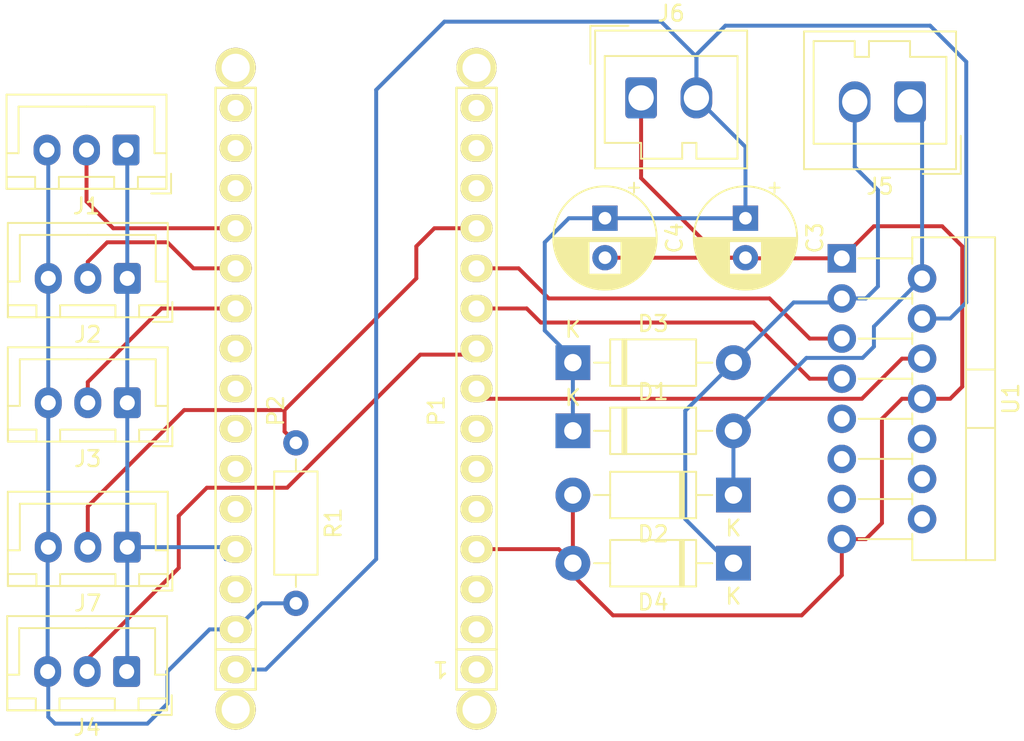
<source format=kicad_pcb>
(kicad_pcb (version 20171130) (host pcbnew "(5.1.10)-1")

  (general
    (thickness 1.6)
    (drawings 16)
    (tracks 141)
    (zones 0)
    (modules 21)
    (nets 15)
  )

  (page A4)
  (title_block
    (date "jeu. 02 avril 2015")
  )

  (layers
    (0 F.Cu signal)
    (31 B.Cu signal)
    (32 B.Adhes user)
    (33 F.Adhes user)
    (34 B.Paste user)
    (35 F.Paste user)
    (36 B.SilkS user)
    (37 F.SilkS user)
    (38 B.Mask user)
    (39 F.Mask user)
    (40 Dwgs.User user)
    (41 Cmts.User user)
    (42 Eco1.User user)
    (43 Eco2.User user)
    (44 Edge.Cuts user)
    (45 Margin user)
    (46 B.CrtYd user)
    (47 F.CrtYd user)
    (48 B.Fab user)
    (49 F.Fab user)
  )

  (setup
    (last_trace_width 0.25)
    (trace_clearance 0.2)
    (zone_clearance 0.508)
    (zone_45_only no)
    (trace_min 0.2)
    (via_size 0.6)
    (via_drill 0.4)
    (via_min_size 0.4)
    (via_min_drill 0.3)
    (uvia_size 0.3)
    (uvia_drill 0.1)
    (uvias_allowed no)
    (uvia_min_size 0.2)
    (uvia_min_drill 0.1)
    (edge_width 0.1)
    (segment_width 0.15)
    (pcb_text_width 0.3)
    (pcb_text_size 1.5 1.5)
    (mod_edge_width 0.15)
    (mod_text_size 1 1)
    (mod_text_width 0.15)
    (pad_size 1.5 1.5)
    (pad_drill 0.6)
    (pad_to_mask_clearance 0)
    (aux_axis_origin 138.176 110.617)
    (visible_elements 7FFFFFFF)
    (pcbplotparams
      (layerselection 0x00030_80000001)
      (usegerberextensions false)
      (usegerberattributes true)
      (usegerberadvancedattributes true)
      (creategerberjobfile true)
      (excludeedgelayer true)
      (linewidth 0.100000)
      (plotframeref false)
      (viasonmask false)
      (mode 1)
      (useauxorigin false)
      (hpglpennumber 1)
      (hpglpenspeed 20)
      (hpglpendiameter 15.000000)
      (psnegative false)
      (psa4output false)
      (plotreference true)
      (plotvalue true)
      (plotinvisibletext false)
      (padsonsilk false)
      (subtractmaskfromsilk false)
      (outputformat 1)
      (mirror false)
      (drillshape 1)
      (scaleselection 1)
      (outputdirectory ""))
  )

  (net 0 "")
  (net 1 /Reset)
  (net 2 GND)
  (net 3 "Net-(D1-Pad2)")
  (net 4 "Net-(D3-Pad2)")
  (net 5 "5(**)")
  (net 6 7)
  (net 7 8)
  (net 8 A0)
  (net 9 +5V)
  (net 10 A1)
  (net 11 A2)
  (net 12 "6(**)")
  (net 13 "9(**)")
  (net 14 Vin)

  (net_class Default "This is the default net class."
    (clearance 0.2)
    (trace_width 0.25)
    (via_dia 0.6)
    (via_drill 0.4)
    (uvia_dia 0.3)
    (uvia_drill 0.1)
    (add_net +3V3)
    (add_net +5V)
    (add_net "/0(Rx)")
    (add_net "/1(Tx)")
    (add_net "/10(**/SS)")
    (add_net "/11(**/MOSI)")
    (add_net "/12(MISO)")
    (add_net "/13(SCK)")
    (add_net /2)
    (add_net "/3(**)")
    (add_net /4)
    (add_net /A3)
    (add_net /A4)
    (add_net /A5)
    (add_net /A6)
    (add_net /A7)
    (add_net /AREF)
    (add_net /Reset)
    (add_net "5(**)")
    (add_net "6(**)")
    (add_net 7)
    (add_net 8)
    (add_net "9(**)")
    (add_net A0)
    (add_net A1)
    (add_net A2)
    (add_net GND)
    (add_net "Net-(D1-Pad2)")
    (add_net "Net-(D3-Pad2)")
    (add_net "Net-(P3-Pad1)")
    (add_net "Net-(P4-Pad1)")
    (add_net "Net-(P5-Pad1)")
    (add_net "Net-(P6-Pad1)")
    (add_net "Net-(U1-Pad10)")
    (add_net "Net-(U1-Pad11)")
    (add_net "Net-(U1-Pad12)")
    (add_net "Net-(U1-Pad13)")
    (add_net "Net-(U1-Pad14)")
    (add_net "Net-(U1-Pad9)")
    (add_net Vin)
  )

  (module Resistor_THT:R_Axial_DIN0207_L6.3mm_D2.5mm_P10.16mm_Horizontal (layer F.Cu) (tedit 5AE5139B) (tstamp 62220A0D)
    (at 57.658 166.37 270)
    (descr "Resistor, Axial_DIN0207 series, Axial, Horizontal, pin pitch=10.16mm, 0.25W = 1/4W, length*diameter=6.3*2.5mm^2, http://cdn-reichelt.de/documents/datenblatt/B400/1_4W%23YAG.pdf")
    (tags "Resistor Axial_DIN0207 series Axial Horizontal pin pitch 10.16mm 0.25W = 1/4W length 6.3mm diameter 2.5mm")
    (path /6224BF57)
    (fp_text reference R1 (at 5.08 -2.37 90) (layer F.SilkS)
      (effects (font (size 1 1) (thickness 0.15)))
    )
    (fp_text value R (at 5.08 2.37 90) (layer F.Fab)
      (effects (font (size 1 1) (thickness 0.15)))
    )
    (fp_text user %R (at 5.08 0 90) (layer F.Fab)
      (effects (font (size 1 1) (thickness 0.15)))
    )
    (fp_line (start 1.93 -1.25) (end 1.93 1.25) (layer F.Fab) (width 0.1))
    (fp_line (start 1.93 1.25) (end 8.23 1.25) (layer F.Fab) (width 0.1))
    (fp_line (start 8.23 1.25) (end 8.23 -1.25) (layer F.Fab) (width 0.1))
    (fp_line (start 8.23 -1.25) (end 1.93 -1.25) (layer F.Fab) (width 0.1))
    (fp_line (start 0 0) (end 1.93 0) (layer F.Fab) (width 0.1))
    (fp_line (start 10.16 0) (end 8.23 0) (layer F.Fab) (width 0.1))
    (fp_line (start 1.81 -1.37) (end 1.81 1.37) (layer F.SilkS) (width 0.12))
    (fp_line (start 1.81 1.37) (end 8.35 1.37) (layer F.SilkS) (width 0.12))
    (fp_line (start 8.35 1.37) (end 8.35 -1.37) (layer F.SilkS) (width 0.12))
    (fp_line (start 8.35 -1.37) (end 1.81 -1.37) (layer F.SilkS) (width 0.12))
    (fp_line (start 1.04 0) (end 1.81 0) (layer F.SilkS) (width 0.12))
    (fp_line (start 9.12 0) (end 8.35 0) (layer F.SilkS) (width 0.12))
    (fp_line (start -1.05 -1.5) (end -1.05 1.5) (layer F.CrtYd) (width 0.05))
    (fp_line (start -1.05 1.5) (end 11.21 1.5) (layer F.CrtYd) (width 0.05))
    (fp_line (start 11.21 1.5) (end 11.21 -1.5) (layer F.CrtYd) (width 0.05))
    (fp_line (start 11.21 -1.5) (end -1.05 -1.5) (layer F.CrtYd) (width 0.05))
    (pad 2 thru_hole oval (at 10.16 0 270) (size 1.6 1.6) (drill 0.8) (layers *.Cu *.Mask)
      (net 2 GND))
    (pad 1 thru_hole circle (at 0 0 270) (size 1.6 1.6) (drill 0.8) (layers *.Cu *.Mask)
      (net 13 "9(**)"))
    (model ${KISYS3DMOD}/Resistor_THT.3dshapes/R_Axial_DIN0207_L6.3mm_D2.5mm_P10.16mm_Horizontal.wrl
      (at (xyz 0 0 0))
      (scale (xyz 1 1 1))
      (rotate (xyz 0 0 0))
    )
  )

  (module Connector_Wago:Wago_734-132_1x02_P3.50mm_Vertical (layer F.Cu) (tedit 5B788E68) (tstamp 6221CF45)
    (at 79.502 144.526)
    (descr "Molex 734 Male header (for PCBs); Straight solder pin 1 x 1 mm, 734-132 , 2 Pins (http://www.farnell.com/datasheets/2157639.pdf), generated with kicad-footprint-generator")
    (tags "connector Wago  side entry")
    (path /622221AA)
    (fp_text reference J6 (at 1.9 -5.35) (layer F.SilkS)
      (effects (font (size 1 1) (thickness 0.15)))
    )
    (fp_text value POWER (at 1.9 5.55) (layer F.Fab)
      (effects (font (size 1 1) (thickness 0.15)))
    )
    (fp_line (start -2.8 -4.15) (end -2.8 4.35) (layer F.Fab) (width 0.1))
    (fp_line (start -2.8 4.35) (end 6.6 4.35) (layer F.Fab) (width 0.1))
    (fp_line (start 6.6 4.35) (end 6.6 -4.15) (layer F.Fab) (width 0.1))
    (fp_line (start 6.6 -4.15) (end -2.8 -4.15) (layer F.Fab) (width 0.1))
    (fp_line (start -2.91 -4.26) (end -2.91 4.46) (layer F.SilkS) (width 0.12))
    (fp_line (start -2.91 4.46) (end 6.71 4.46) (layer F.SilkS) (width 0.12))
    (fp_line (start 6.71 4.46) (end 6.71 -4.26) (layer F.SilkS) (width 0.12))
    (fp_line (start 6.71 -4.26) (end -2.91 -4.26) (layer F.SilkS) (width 0.12))
    (fp_line (start -2.3 -2.65) (end -2.3 2.85) (layer F.SilkS) (width 0.12))
    (fp_line (start -2.3 2.85) (end 0 2.85) (layer F.SilkS) (width 0.12))
    (fp_line (start 0 2.85) (end 0 3.85) (layer F.SilkS) (width 0.12))
    (fp_line (start 0 3.85) (end 2.6 3.85) (layer F.SilkS) (width 0.12))
    (fp_line (start 2.6 3.85) (end 2.6 2.85) (layer F.SilkS) (width 0.12))
    (fp_line (start 2.6 2.85) (end 3.5 2.85) (layer F.SilkS) (width 0.12))
    (fp_line (start 3.5 2.85) (end 3.5 3.85) (layer F.SilkS) (width 0.12))
    (fp_line (start 3.5 3.85) (end 6.1 3.85) (layer F.SilkS) (width 0.12))
    (fp_line (start 6.1 3.85) (end 6.1 -2.65) (layer F.SilkS) (width 0.12))
    (fp_line (start 6.1 -2.65) (end -2.3 -2.65) (layer F.SilkS) (width 0.12))
    (fp_line (start -3.21 -2.15) (end -3.21 -4.56) (layer F.SilkS) (width 0.12))
    (fp_line (start -3.21 -4.56) (end -0.8 -4.56) (layer F.SilkS) (width 0.12))
    (fp_line (start -0.5 -4.15) (end 0 -3.442893) (layer F.Fab) (width 0.1))
    (fp_line (start 0 -3.442893) (end 0.5 -4.15) (layer F.Fab) (width 0.1))
    (fp_line (start -3.3 -4.65) (end -3.3 4.85) (layer F.CrtYd) (width 0.05))
    (fp_line (start -3.3 4.85) (end 7.1 4.85) (layer F.CrtYd) (width 0.05))
    (fp_line (start 7.1 4.85) (end 7.1 -4.65) (layer F.CrtYd) (width 0.05))
    (fp_line (start 7.1 -4.65) (end -3.3 -4.65) (layer F.CrtYd) (width 0.05))
    (fp_text user %R (at 1.9 3.65) (layer F.Fab)
      (effects (font (size 1 1) (thickness 0.15)))
    )
    (pad 2 thru_hole oval (at 3.5 0) (size 2 2.6) (drill 1.6) (layers *.Cu *.Mask)
      (net 14 Vin))
    (pad 1 thru_hole roundrect (at 0 0) (size 2 2.6) (drill 1.6) (layers *.Cu *.Mask) (roundrect_rratio 0.125)
      (net 2 GND))
    (model ${KISYS3DMOD}/Connector_Wago.3dshapes/Wago_734-132_1x02_P3.50mm_Vertical.wrl
      (at (xyz 0 0 0))
      (scale (xyz 1 1 1))
      (rotate (xyz 0 0 0))
    )
  )

  (module Connector_JST:JST_XH_B3B-XH-A_1x03_P2.50mm_Vertical (layer F.Cu) (tedit 5C28146C) (tstamp 6219D5E0)
    (at 46.99 172.974 180)
    (descr "JST XH series connector, B3B-XH-A (http://www.jst-mfg.com/product/pdf/eng/eXH.pdf), generated with kicad-footprint-generator")
    (tags "connector JST XH vertical")
    (path /6219EBBC)
    (fp_text reference J7 (at 2.5 -3.55) (layer F.SilkS)
      (effects (font (size 1 1) (thickness 0.15)))
    )
    (fp_text value START (at 2.5 4.6) (layer F.Fab)
      (effects (font (size 1 1) (thickness 0.15)))
    )
    (fp_line (start -2.85 -2.75) (end -2.85 -1.5) (layer F.SilkS) (width 0.12))
    (fp_line (start -1.6 -2.75) (end -2.85 -2.75) (layer F.SilkS) (width 0.12))
    (fp_line (start 6.8 2.75) (end 2.5 2.75) (layer F.SilkS) (width 0.12))
    (fp_line (start 6.8 -0.2) (end 6.8 2.75) (layer F.SilkS) (width 0.12))
    (fp_line (start 7.55 -0.2) (end 6.8 -0.2) (layer F.SilkS) (width 0.12))
    (fp_line (start -1.8 2.75) (end 2.5 2.75) (layer F.SilkS) (width 0.12))
    (fp_line (start -1.8 -0.2) (end -1.8 2.75) (layer F.SilkS) (width 0.12))
    (fp_line (start -2.55 -0.2) (end -1.8 -0.2) (layer F.SilkS) (width 0.12))
    (fp_line (start 7.55 -2.45) (end 5.75 -2.45) (layer F.SilkS) (width 0.12))
    (fp_line (start 7.55 -1.7) (end 7.55 -2.45) (layer F.SilkS) (width 0.12))
    (fp_line (start 5.75 -1.7) (end 7.55 -1.7) (layer F.SilkS) (width 0.12))
    (fp_line (start 5.75 -2.45) (end 5.75 -1.7) (layer F.SilkS) (width 0.12))
    (fp_line (start -0.75 -2.45) (end -2.55 -2.45) (layer F.SilkS) (width 0.12))
    (fp_line (start -0.75 -1.7) (end -0.75 -2.45) (layer F.SilkS) (width 0.12))
    (fp_line (start -2.55 -1.7) (end -0.75 -1.7) (layer F.SilkS) (width 0.12))
    (fp_line (start -2.55 -2.45) (end -2.55 -1.7) (layer F.SilkS) (width 0.12))
    (fp_line (start 4.25 -2.45) (end 0.75 -2.45) (layer F.SilkS) (width 0.12))
    (fp_line (start 4.25 -1.7) (end 4.25 -2.45) (layer F.SilkS) (width 0.12))
    (fp_line (start 0.75 -1.7) (end 4.25 -1.7) (layer F.SilkS) (width 0.12))
    (fp_line (start 0.75 -2.45) (end 0.75 -1.7) (layer F.SilkS) (width 0.12))
    (fp_line (start 0 -1.35) (end 0.625 -2.35) (layer F.Fab) (width 0.1))
    (fp_line (start -0.625 -2.35) (end 0 -1.35) (layer F.Fab) (width 0.1))
    (fp_line (start 7.95 -2.85) (end -2.95 -2.85) (layer F.CrtYd) (width 0.05))
    (fp_line (start 7.95 3.9) (end 7.95 -2.85) (layer F.CrtYd) (width 0.05))
    (fp_line (start -2.95 3.9) (end 7.95 3.9) (layer F.CrtYd) (width 0.05))
    (fp_line (start -2.95 -2.85) (end -2.95 3.9) (layer F.CrtYd) (width 0.05))
    (fp_line (start 7.56 -2.46) (end -2.56 -2.46) (layer F.SilkS) (width 0.12))
    (fp_line (start 7.56 3.51) (end 7.56 -2.46) (layer F.SilkS) (width 0.12))
    (fp_line (start -2.56 3.51) (end 7.56 3.51) (layer F.SilkS) (width 0.12))
    (fp_line (start -2.56 -2.46) (end -2.56 3.51) (layer F.SilkS) (width 0.12))
    (fp_line (start 7.45 -2.35) (end -2.45 -2.35) (layer F.Fab) (width 0.1))
    (fp_line (start 7.45 3.4) (end 7.45 -2.35) (layer F.Fab) (width 0.1))
    (fp_line (start -2.45 3.4) (end 7.45 3.4) (layer F.Fab) (width 0.1))
    (fp_line (start -2.45 -2.35) (end -2.45 3.4) (layer F.Fab) (width 0.1))
    (fp_text user %R (at 2.5 2.7) (layer F.Fab)
      (effects (font (size 1 1) (thickness 0.15)))
    )
    (pad 3 thru_hole oval (at 5 0 180) (size 1.7 1.95) (drill 0.95) (layers *.Cu *.Mask)
      (net 2 GND))
    (pad 2 thru_hole oval (at 2.5 0 180) (size 1.7 1.95) (drill 0.95) (layers *.Cu *.Mask)
      (net 13 "9(**)"))
    (pad 1 thru_hole roundrect (at 0 0 180) (size 1.7 1.95) (drill 0.95) (layers *.Cu *.Mask) (roundrect_rratio 0.147059)
      (net 9 +5V))
    (model ${KISYS3DMOD}/Connector_JST.3dshapes/JST_XH_B3B-XH-A_1x03_P2.50mm_Vertical.wrl
      (at (xyz 0 0 0))
      (scale (xyz 1 1 1))
      (rotate (xyz 0 0 0))
    )
  )

  (module Diode_THT:D_DO-41_SOD81_P10.16mm_Horizontal (layer F.Cu) (tedit 5AE50CD5) (tstamp 62192684)
    (at 75.184 161.29)
    (descr "Diode, DO-41_SOD81 series, Axial, Horizontal, pin pitch=10.16mm, , length*diameter=5.2*2.7mm^2, , http://www.diodes.com/_files/packages/DO-41%20(Plastic).pdf")
    (tags "Diode DO-41_SOD81 series Axial Horizontal pin pitch 10.16mm  length 5.2mm diameter 2.7mm")
    (path /621B171F)
    (fp_text reference D3 (at 5.08 -2.47) (layer F.SilkS)
      (effects (font (size 1 1) (thickness 0.15)))
    )
    (fp_text value 1N4007 (at 5.08 2.47) (layer F.Fab)
      (effects (font (size 1 1) (thickness 0.15)))
    )
    (fp_line (start 11.51 -1.6) (end -1.35 -1.6) (layer F.CrtYd) (width 0.05))
    (fp_line (start 11.51 1.6) (end 11.51 -1.6) (layer F.CrtYd) (width 0.05))
    (fp_line (start -1.35 1.6) (end 11.51 1.6) (layer F.CrtYd) (width 0.05))
    (fp_line (start -1.35 -1.6) (end -1.35 1.6) (layer F.CrtYd) (width 0.05))
    (fp_line (start 3.14 -1.47) (end 3.14 1.47) (layer F.SilkS) (width 0.12))
    (fp_line (start 3.38 -1.47) (end 3.38 1.47) (layer F.SilkS) (width 0.12))
    (fp_line (start 3.26 -1.47) (end 3.26 1.47) (layer F.SilkS) (width 0.12))
    (fp_line (start 8.82 0) (end 7.8 0) (layer F.SilkS) (width 0.12))
    (fp_line (start 1.34 0) (end 2.36 0) (layer F.SilkS) (width 0.12))
    (fp_line (start 7.8 -1.47) (end 2.36 -1.47) (layer F.SilkS) (width 0.12))
    (fp_line (start 7.8 1.47) (end 7.8 -1.47) (layer F.SilkS) (width 0.12))
    (fp_line (start 2.36 1.47) (end 7.8 1.47) (layer F.SilkS) (width 0.12))
    (fp_line (start 2.36 -1.47) (end 2.36 1.47) (layer F.SilkS) (width 0.12))
    (fp_line (start 3.16 -1.35) (end 3.16 1.35) (layer F.Fab) (width 0.1))
    (fp_line (start 3.36 -1.35) (end 3.36 1.35) (layer F.Fab) (width 0.1))
    (fp_line (start 3.26 -1.35) (end 3.26 1.35) (layer F.Fab) (width 0.1))
    (fp_line (start 10.16 0) (end 7.68 0) (layer F.Fab) (width 0.1))
    (fp_line (start 0 0) (end 2.48 0) (layer F.Fab) (width 0.1))
    (fp_line (start 7.68 -1.35) (end 2.48 -1.35) (layer F.Fab) (width 0.1))
    (fp_line (start 7.68 1.35) (end 7.68 -1.35) (layer F.Fab) (width 0.1))
    (fp_line (start 2.48 1.35) (end 7.68 1.35) (layer F.Fab) (width 0.1))
    (fp_line (start 2.48 -1.35) (end 2.48 1.35) (layer F.Fab) (width 0.1))
    (fp_text user K (at 0 -2.1) (layer F.SilkS)
      (effects (font (size 1 1) (thickness 0.15)))
    )
    (fp_text user K (at 0 -2.1) (layer F.Fab)
      (effects (font (size 1 1) (thickness 0.15)))
    )
    (fp_text user %R (at 5.47 0) (layer F.Fab)
      (effects (font (size 1 1) (thickness 0.15)))
    )
    (pad 2 thru_hole oval (at 10.16 0) (size 2.2 2.2) (drill 1.1) (layers *.Cu *.Mask)
      (net 4 "Net-(D3-Pad2)"))
    (pad 1 thru_hole rect (at 0 0) (size 2.2 2.2) (drill 1.1) (layers *.Cu *.Mask)
      (net 14 Vin))
    (model ${KISYS3DMOD}/Diode_THT.3dshapes/D_DO-41_SOD81_P10.16mm_Horizontal.wrl
      (at (xyz 0 0 0))
      (scale (xyz 1 1 1))
      (rotate (xyz 0 0 0))
    )
  )

  (module Package_TO_SOT_THT:TO-220-15_P2.54x2.54mm_StaggerOdd_Lead4.58mm_Vertical (layer F.Cu) (tedit 5AF05A31) (tstamp 62192774)
    (at 92.202 154.686 270)
    (descr "TO-220-15, Vertical, RM 1.27mm, staggered type-1, see http://www.st.com/resource/en/datasheet/l298.pdf")
    (tags "TO-220-15 Vertical RM 1.27mm staggered type-1")
    (path /62190789)
    (fp_text reference U1 (at 8.89 -10.7 90) (layer F.SilkS)
      (effects (font (size 1 1) (thickness 0.15)))
    )
    (fp_text value L298HN (at 8.89 2.15 90) (layer F.Fab)
      (effects (font (size 1 1) (thickness 0.15)))
    )
    (fp_line (start 19.25 -9.83) (end -1.46 -9.83) (layer F.CrtYd) (width 0.05))
    (fp_line (start 19.25 1.16) (end 19.25 -9.83) (layer F.CrtYd) (width 0.05))
    (fp_line (start -1.46 1.16) (end 19.25 1.16) (layer F.CrtYd) (width 0.05))
    (fp_line (start -1.46 -9.83) (end -1.46 1.16) (layer F.CrtYd) (width 0.05))
    (fp_line (start 17.78 -4.459) (end 17.78 -1.065) (layer F.SilkS) (width 0.12))
    (fp_line (start 15.24 -4.459) (end 15.24 -1.065) (layer F.SilkS) (width 0.12))
    (fp_line (start 12.7 -4.459) (end 12.7 -1.065) (layer F.SilkS) (width 0.12))
    (fp_line (start 10.16 -4.459) (end 10.16 -1.065) (layer F.SilkS) (width 0.12))
    (fp_line (start 7.62 -4.459) (end 7.62 -1.065) (layer F.SilkS) (width 0.12))
    (fp_line (start 5.08 -4.459) (end 5.08 -1.065) (layer F.SilkS) (width 0.12))
    (fp_line (start 2.54 -4.459) (end 2.54 -1.065) (layer F.SilkS) (width 0.12))
    (fp_line (start 0 -4.459) (end 0 -1.05) (layer F.SilkS) (width 0.12))
    (fp_line (start 10.74 -9.7) (end 10.74 -7.86) (layer F.SilkS) (width 0.12))
    (fp_line (start 7.041 -9.7) (end 7.041 -7.86) (layer F.SilkS) (width 0.12))
    (fp_line (start -1.33 -7.86) (end 19.11 -7.86) (layer F.SilkS) (width 0.12))
    (fp_line (start 19.11 -9.7) (end 19.11 -4.459) (layer F.SilkS) (width 0.12))
    (fp_line (start -1.33 -9.7) (end -1.33 -4.459) (layer F.SilkS) (width 0.12))
    (fp_line (start 17.435 -4.459) (end 19.11 -4.459) (layer F.SilkS) (width 0.12))
    (fp_line (start 14.895 -4.459) (end 15.586 -4.459) (layer F.SilkS) (width 0.12))
    (fp_line (start 12.355 -4.459) (end 13.046 -4.459) (layer F.SilkS) (width 0.12))
    (fp_line (start 9.815 -4.459) (end 10.506 -4.459) (layer F.SilkS) (width 0.12))
    (fp_line (start 7.275 -4.459) (end 7.966 -4.459) (layer F.SilkS) (width 0.12))
    (fp_line (start 4.735 -4.459) (end 5.426 -4.459) (layer F.SilkS) (width 0.12))
    (fp_line (start 2.195 -4.459) (end 2.886 -4.459) (layer F.SilkS) (width 0.12))
    (fp_line (start -1.33 -4.459) (end 0.346 -4.459) (layer F.SilkS) (width 0.12))
    (fp_line (start -1.33 -9.7) (end 19.11 -9.7) (layer F.SilkS) (width 0.12))
    (fp_line (start 17.78 -4.58) (end 17.78 0) (layer F.Fab) (width 0.1))
    (fp_line (start 15.24 -4.58) (end 15.24 0) (layer F.Fab) (width 0.1))
    (fp_line (start 12.7 -4.58) (end 12.7 0) (layer F.Fab) (width 0.1))
    (fp_line (start 10.16 -4.58) (end 10.16 0) (layer F.Fab) (width 0.1))
    (fp_line (start 7.62 -4.58) (end 7.62 0) (layer F.Fab) (width 0.1))
    (fp_line (start 5.08 -4.58) (end 5.08 0) (layer F.Fab) (width 0.1))
    (fp_line (start 2.54 -4.58) (end 2.54 0) (layer F.Fab) (width 0.1))
    (fp_line (start 0 -4.58) (end 0 0) (layer F.Fab) (width 0.1))
    (fp_line (start 10.74 -9.58) (end 10.74 -7.98) (layer F.Fab) (width 0.1))
    (fp_line (start 7.04 -9.58) (end 7.04 -7.98) (layer F.Fab) (width 0.1))
    (fp_line (start -1.21 -7.98) (end 18.99 -7.98) (layer F.Fab) (width 0.1))
    (fp_line (start 18.99 -9.58) (end -1.21 -9.58) (layer F.Fab) (width 0.1))
    (fp_line (start 18.99 -4.58) (end 18.99 -9.58) (layer F.Fab) (width 0.1))
    (fp_line (start -1.21 -4.58) (end 18.99 -4.58) (layer F.Fab) (width 0.1))
    (fp_line (start -1.21 -9.58) (end -1.21 -4.58) (layer F.Fab) (width 0.1))
    (fp_text user %R (at 8.89 -10.7 90) (layer F.Fab)
      (effects (font (size 1 1) (thickness 0.15)))
    )
    (pad 15 thru_hole oval (at 17.78 0 270) (size 1.8 1.8) (drill 1) (layers *.Cu *.Mask)
      (net 2 GND))
    (pad 14 thru_hole oval (at 16.51 -5.08 270) (size 1.8 1.8) (drill 1) (layers *.Cu *.Mask))
    (pad 13 thru_hole oval (at 15.24 0 270) (size 1.8 1.8) (drill 1) (layers *.Cu *.Mask))
    (pad 12 thru_hole oval (at 13.97 -5.08 270) (size 1.8 1.8) (drill 1) (layers *.Cu *.Mask))
    (pad 11 thru_hole oval (at 12.7 0 270) (size 1.8 1.8) (drill 1) (layers *.Cu *.Mask))
    (pad 10 thru_hole oval (at 11.43 -5.08 270) (size 1.8 1.8) (drill 1) (layers *.Cu *.Mask))
    (pad 9 thru_hole oval (at 10.16 0 270) (size 1.8 1.8) (drill 1) (layers *.Cu *.Mask))
    (pad 8 thru_hole oval (at 8.89 -5.08 270) (size 1.8 1.8) (drill 1) (layers *.Cu *.Mask)
      (net 2 GND))
    (pad 7 thru_hole oval (at 7.62 0 270) (size 1.8 1.8) (drill 1) (layers *.Cu *.Mask)
      (net 6 7))
    (pad 6 thru_hole oval (at 6.35 -5.08 270) (size 1.8 1.8) (drill 1) (layers *.Cu *.Mask)
      (net 5 "5(**)"))
    (pad 5 thru_hole oval (at 5.08 0 270) (size 1.8 1.8) (drill 1) (layers *.Cu *.Mask)
      (net 7 8))
    (pad 4 thru_hole oval (at 3.81 -5.08 270) (size 1.8 1.8) (drill 1) (layers *.Cu *.Mask)
      (net 14 Vin))
    (pad 3 thru_hole oval (at 2.54 0 270) (size 1.8 1.8) (drill 1) (layers *.Cu *.Mask)
      (net 4 "Net-(D3-Pad2)"))
    (pad 2 thru_hole oval (at 1.27 -5.08 270) (size 1.8 1.8) (drill 1) (layers *.Cu *.Mask)
      (net 3 "Net-(D1-Pad2)"))
    (pad 1 thru_hole rect (at 0 0 270) (size 1.8 1.8) (drill 1) (layers *.Cu *.Mask)
      (net 2 GND))
    (model ${KISYS3DMOD}/Package_TO_SOT_THT.3dshapes/TO-220-15_P2.54x2.54mm_StaggerOdd_Lead4.58mm_Vertical.wrl
      (at (xyz 0 0 0))
      (scale (xyz 1 1 1))
      (rotate (xyz 0 0 0))
    )
  )

  (module Connector_Wago:Wago_734-132_1x02_P3.50mm_Vertical (layer F.Cu) (tedit 5B788E68) (tstamp 621967E8)
    (at 96.52 144.78 180)
    (descr "Molex 734 Male header (for PCBs); Straight solder pin 1 x 1 mm, 734-132 , 2 Pins (http://www.farnell.com/datasheets/2157639.pdf), generated with kicad-footprint-generator")
    (tags "connector Wago  side entry")
    (path /6219787B)
    (fp_text reference J5 (at 1.9 -5.35) (layer F.SilkS)
      (effects (font (size 1 1) (thickness 0.15)))
    )
    (fp_text value MOTOR (at 1.9 5.55) (layer F.Fab)
      (effects (font (size 1 1) (thickness 0.15)))
    )
    (fp_line (start 7.1 -4.65) (end -3.3 -4.65) (layer F.CrtYd) (width 0.05))
    (fp_line (start 7.1 4.85) (end 7.1 -4.65) (layer F.CrtYd) (width 0.05))
    (fp_line (start -3.3 4.85) (end 7.1 4.85) (layer F.CrtYd) (width 0.05))
    (fp_line (start -3.3 -4.65) (end -3.3 4.85) (layer F.CrtYd) (width 0.05))
    (fp_line (start 0 -3.442893) (end 0.5 -4.15) (layer F.Fab) (width 0.1))
    (fp_line (start -0.5 -4.15) (end 0 -3.442893) (layer F.Fab) (width 0.1))
    (fp_line (start -3.21 -4.56) (end -0.8 -4.56) (layer F.SilkS) (width 0.12))
    (fp_line (start -3.21 -2.15) (end -3.21 -4.56) (layer F.SilkS) (width 0.12))
    (fp_line (start 6.1 -2.65) (end -2.3 -2.65) (layer F.SilkS) (width 0.12))
    (fp_line (start 6.1 3.85) (end 6.1 -2.65) (layer F.SilkS) (width 0.12))
    (fp_line (start 3.5 3.85) (end 6.1 3.85) (layer F.SilkS) (width 0.12))
    (fp_line (start 3.5 2.85) (end 3.5 3.85) (layer F.SilkS) (width 0.12))
    (fp_line (start 2.6 2.85) (end 3.5 2.85) (layer F.SilkS) (width 0.12))
    (fp_line (start 2.6 3.85) (end 2.6 2.85) (layer F.SilkS) (width 0.12))
    (fp_line (start 0 3.85) (end 2.6 3.85) (layer F.SilkS) (width 0.12))
    (fp_line (start 0 2.85) (end 0 3.85) (layer F.SilkS) (width 0.12))
    (fp_line (start -2.3 2.85) (end 0 2.85) (layer F.SilkS) (width 0.12))
    (fp_line (start -2.3 -2.65) (end -2.3 2.85) (layer F.SilkS) (width 0.12))
    (fp_line (start 6.71 -4.26) (end -2.91 -4.26) (layer F.SilkS) (width 0.12))
    (fp_line (start 6.71 4.46) (end 6.71 -4.26) (layer F.SilkS) (width 0.12))
    (fp_line (start -2.91 4.46) (end 6.71 4.46) (layer F.SilkS) (width 0.12))
    (fp_line (start -2.91 -4.26) (end -2.91 4.46) (layer F.SilkS) (width 0.12))
    (fp_line (start 6.6 -4.15) (end -2.8 -4.15) (layer F.Fab) (width 0.1))
    (fp_line (start 6.6 4.35) (end 6.6 -4.15) (layer F.Fab) (width 0.1))
    (fp_line (start -2.8 4.35) (end 6.6 4.35) (layer F.Fab) (width 0.1))
    (fp_line (start -2.8 -4.15) (end -2.8 4.35) (layer F.Fab) (width 0.1))
    (fp_text user %R (at 1.9 3.65) (layer F.Fab)
      (effects (font (size 1 1) (thickness 0.15)))
    )
    (pad 2 thru_hole oval (at 3.5 0 180) (size 2 2.6) (drill 1.6) (layers *.Cu *.Mask)
      (net 4 "Net-(D3-Pad2)"))
    (pad 1 thru_hole roundrect (at 0 0 180) (size 2 2.6) (drill 1.6) (layers *.Cu *.Mask) (roundrect_rratio 0.125)
      (net 3 "Net-(D1-Pad2)"))
    (model ${KISYS3DMOD}/Connector_Wago.3dshapes/Wago_734-132_1x02_P3.50mm_Vertical.wrl
      (at (xyz 0 0 0))
      (scale (xyz 1 1 1))
      (rotate (xyz 0 0 0))
    )
  )

  (module Connector_JST:JST_XH_B3B-XH-A_1x03_P2.50mm_Vertical (layer F.Cu) (tedit 5C28146C) (tstamp 621967C7)
    (at 46.95 180.848 180)
    (descr "JST XH series connector, B3B-XH-A (http://www.jst-mfg.com/product/pdf/eng/eXH.pdf), generated with kicad-footprint-generator")
    (tags "connector JST XH vertical")
    (path /62198FA5)
    (fp_text reference J4 (at 2.5 -3.55) (layer F.SilkS)
      (effects (font (size 1 1) (thickness 0.15)))
    )
    (fp_text value SERVO (at 2.5 4.6) (layer F.Fab)
      (effects (font (size 1 1) (thickness 0.15)))
    )
    (fp_line (start -2.85 -2.75) (end -2.85 -1.5) (layer F.SilkS) (width 0.12))
    (fp_line (start -1.6 -2.75) (end -2.85 -2.75) (layer F.SilkS) (width 0.12))
    (fp_line (start 6.8 2.75) (end 2.5 2.75) (layer F.SilkS) (width 0.12))
    (fp_line (start 6.8 -0.2) (end 6.8 2.75) (layer F.SilkS) (width 0.12))
    (fp_line (start 7.55 -0.2) (end 6.8 -0.2) (layer F.SilkS) (width 0.12))
    (fp_line (start -1.8 2.75) (end 2.5 2.75) (layer F.SilkS) (width 0.12))
    (fp_line (start -1.8 -0.2) (end -1.8 2.75) (layer F.SilkS) (width 0.12))
    (fp_line (start -2.55 -0.2) (end -1.8 -0.2) (layer F.SilkS) (width 0.12))
    (fp_line (start 7.55 -2.45) (end 5.75 -2.45) (layer F.SilkS) (width 0.12))
    (fp_line (start 7.55 -1.7) (end 7.55 -2.45) (layer F.SilkS) (width 0.12))
    (fp_line (start 5.75 -1.7) (end 7.55 -1.7) (layer F.SilkS) (width 0.12))
    (fp_line (start 5.75 -2.45) (end 5.75 -1.7) (layer F.SilkS) (width 0.12))
    (fp_line (start -0.75 -2.45) (end -2.55 -2.45) (layer F.SilkS) (width 0.12))
    (fp_line (start -0.75 -1.7) (end -0.75 -2.45) (layer F.SilkS) (width 0.12))
    (fp_line (start -2.55 -1.7) (end -0.75 -1.7) (layer F.SilkS) (width 0.12))
    (fp_line (start -2.55 -2.45) (end -2.55 -1.7) (layer F.SilkS) (width 0.12))
    (fp_line (start 4.25 -2.45) (end 0.75 -2.45) (layer F.SilkS) (width 0.12))
    (fp_line (start 4.25 -1.7) (end 4.25 -2.45) (layer F.SilkS) (width 0.12))
    (fp_line (start 0.75 -1.7) (end 4.25 -1.7) (layer F.SilkS) (width 0.12))
    (fp_line (start 0.75 -2.45) (end 0.75 -1.7) (layer F.SilkS) (width 0.12))
    (fp_line (start 0 -1.35) (end 0.625 -2.35) (layer F.Fab) (width 0.1))
    (fp_line (start -0.625 -2.35) (end 0 -1.35) (layer F.Fab) (width 0.1))
    (fp_line (start 7.95 -2.85) (end -2.95 -2.85) (layer F.CrtYd) (width 0.05))
    (fp_line (start 7.95 3.9) (end 7.95 -2.85) (layer F.CrtYd) (width 0.05))
    (fp_line (start -2.95 3.9) (end 7.95 3.9) (layer F.CrtYd) (width 0.05))
    (fp_line (start -2.95 -2.85) (end -2.95 3.9) (layer F.CrtYd) (width 0.05))
    (fp_line (start 7.56 -2.46) (end -2.56 -2.46) (layer F.SilkS) (width 0.12))
    (fp_line (start 7.56 3.51) (end 7.56 -2.46) (layer F.SilkS) (width 0.12))
    (fp_line (start -2.56 3.51) (end 7.56 3.51) (layer F.SilkS) (width 0.12))
    (fp_line (start -2.56 -2.46) (end -2.56 3.51) (layer F.SilkS) (width 0.12))
    (fp_line (start 7.45 -2.35) (end -2.45 -2.35) (layer F.Fab) (width 0.1))
    (fp_line (start 7.45 3.4) (end 7.45 -2.35) (layer F.Fab) (width 0.1))
    (fp_line (start -2.45 3.4) (end 7.45 3.4) (layer F.Fab) (width 0.1))
    (fp_line (start -2.45 -2.35) (end -2.45 3.4) (layer F.Fab) (width 0.1))
    (fp_text user %R (at 2.5 2.7) (layer F.Fab)
      (effects (font (size 1 1) (thickness 0.15)))
    )
    (pad 3 thru_hole oval (at 5 0 180) (size 1.7 1.95) (drill 0.95) (layers *.Cu *.Mask)
      (net 2 GND))
    (pad 2 thru_hole oval (at 2.5 0 180) (size 1.7 1.95) (drill 0.95) (layers *.Cu *.Mask)
      (net 12 "6(**)"))
    (pad 1 thru_hole roundrect (at 0 0 180) (size 1.7 1.95) (drill 0.95) (layers *.Cu *.Mask) (roundrect_rratio 0.147059)
      (net 9 +5V))
    (model ${KISYS3DMOD}/Connector_JST.3dshapes/JST_XH_B3B-XH-A_1x03_P2.50mm_Vertical.wrl
      (at (xyz 0 0 0))
      (scale (xyz 1 1 1))
      (rotate (xyz 0 0 0))
    )
  )

  (module Connector_JST:JST_XH_B3B-XH-A_1x03_P2.50mm_Vertical (layer F.Cu) (tedit 5C28146C) (tstamp 621947B9)
    (at 46.99 163.83 180)
    (descr "JST XH series connector, B3B-XH-A (http://www.jst-mfg.com/product/pdf/eng/eXH.pdf), generated with kicad-footprint-generator")
    (tags "connector JST XH vertical")
    (path /62195361)
    (fp_text reference J3 (at 2.5 -3.55) (layer F.SilkS)
      (effects (font (size 1 1) (thickness 0.15)))
    )
    (fp_text value "sensor 3" (at 2.5 4.6) (layer F.Fab)
      (effects (font (size 1 1) (thickness 0.15)))
    )
    (fp_line (start -2.45 -2.35) (end -2.45 3.4) (layer F.Fab) (width 0.1))
    (fp_line (start -2.45 3.4) (end 7.45 3.4) (layer F.Fab) (width 0.1))
    (fp_line (start 7.45 3.4) (end 7.45 -2.35) (layer F.Fab) (width 0.1))
    (fp_line (start 7.45 -2.35) (end -2.45 -2.35) (layer F.Fab) (width 0.1))
    (fp_line (start -2.56 -2.46) (end -2.56 3.51) (layer F.SilkS) (width 0.12))
    (fp_line (start -2.56 3.51) (end 7.56 3.51) (layer F.SilkS) (width 0.12))
    (fp_line (start 7.56 3.51) (end 7.56 -2.46) (layer F.SilkS) (width 0.12))
    (fp_line (start 7.56 -2.46) (end -2.56 -2.46) (layer F.SilkS) (width 0.12))
    (fp_line (start -2.95 -2.85) (end -2.95 3.9) (layer F.CrtYd) (width 0.05))
    (fp_line (start -2.95 3.9) (end 7.95 3.9) (layer F.CrtYd) (width 0.05))
    (fp_line (start 7.95 3.9) (end 7.95 -2.85) (layer F.CrtYd) (width 0.05))
    (fp_line (start 7.95 -2.85) (end -2.95 -2.85) (layer F.CrtYd) (width 0.05))
    (fp_line (start -0.625 -2.35) (end 0 -1.35) (layer F.Fab) (width 0.1))
    (fp_line (start 0 -1.35) (end 0.625 -2.35) (layer F.Fab) (width 0.1))
    (fp_line (start 0.75 -2.45) (end 0.75 -1.7) (layer F.SilkS) (width 0.12))
    (fp_line (start 0.75 -1.7) (end 4.25 -1.7) (layer F.SilkS) (width 0.12))
    (fp_line (start 4.25 -1.7) (end 4.25 -2.45) (layer F.SilkS) (width 0.12))
    (fp_line (start 4.25 -2.45) (end 0.75 -2.45) (layer F.SilkS) (width 0.12))
    (fp_line (start -2.55 -2.45) (end -2.55 -1.7) (layer F.SilkS) (width 0.12))
    (fp_line (start -2.55 -1.7) (end -0.75 -1.7) (layer F.SilkS) (width 0.12))
    (fp_line (start -0.75 -1.7) (end -0.75 -2.45) (layer F.SilkS) (width 0.12))
    (fp_line (start -0.75 -2.45) (end -2.55 -2.45) (layer F.SilkS) (width 0.12))
    (fp_line (start 5.75 -2.45) (end 5.75 -1.7) (layer F.SilkS) (width 0.12))
    (fp_line (start 5.75 -1.7) (end 7.55 -1.7) (layer F.SilkS) (width 0.12))
    (fp_line (start 7.55 -1.7) (end 7.55 -2.45) (layer F.SilkS) (width 0.12))
    (fp_line (start 7.55 -2.45) (end 5.75 -2.45) (layer F.SilkS) (width 0.12))
    (fp_line (start -2.55 -0.2) (end -1.8 -0.2) (layer F.SilkS) (width 0.12))
    (fp_line (start -1.8 -0.2) (end -1.8 2.75) (layer F.SilkS) (width 0.12))
    (fp_line (start -1.8 2.75) (end 2.5 2.75) (layer F.SilkS) (width 0.12))
    (fp_line (start 7.55 -0.2) (end 6.8 -0.2) (layer F.SilkS) (width 0.12))
    (fp_line (start 6.8 -0.2) (end 6.8 2.75) (layer F.SilkS) (width 0.12))
    (fp_line (start 6.8 2.75) (end 2.5 2.75) (layer F.SilkS) (width 0.12))
    (fp_line (start -1.6 -2.75) (end -2.85 -2.75) (layer F.SilkS) (width 0.12))
    (fp_line (start -2.85 -2.75) (end -2.85 -1.5) (layer F.SilkS) (width 0.12))
    (fp_text user %R (at 2.5 2.7) (layer F.Fab)
      (effects (font (size 1 1) (thickness 0.15)))
    )
    (pad 3 thru_hole oval (at 5 0 180) (size 1.7 1.95) (drill 0.95) (layers *.Cu *.Mask)
      (net 2 GND))
    (pad 2 thru_hole oval (at 2.5 0 180) (size 1.7 1.95) (drill 0.95) (layers *.Cu *.Mask)
      (net 11 A2))
    (pad 1 thru_hole roundrect (at 0 0 180) (size 1.7 1.95) (drill 0.95) (layers *.Cu *.Mask) (roundrect_rratio 0.147059)
      (net 9 +5V))
    (model ${KISYS3DMOD}/Connector_JST.3dshapes/JST_XH_B3B-XH-A_1x03_P2.50mm_Vertical.wrl
      (at (xyz 0 0 0))
      (scale (xyz 1 1 1))
      (rotate (xyz 0 0 0))
    )
  )

  (module Connector_JST:JST_XH_B3B-XH-A_1x03_P2.50mm_Vertical (layer F.Cu) (tedit 5C28146C) (tstamp 6219478A)
    (at 46.99 155.956 180)
    (descr "JST XH series connector, B3B-XH-A (http://www.jst-mfg.com/product/pdf/eng/eXH.pdf), generated with kicad-footprint-generator")
    (tags "connector JST XH vertical")
    (path /62194AFC)
    (fp_text reference J2 (at 2.5 -3.55) (layer F.SilkS)
      (effects (font (size 1 1) (thickness 0.15)))
    )
    (fp_text value "sensor 2" (at 2.5 4.6) (layer F.Fab)
      (effects (font (size 1 1) (thickness 0.15)))
    )
    (fp_line (start -2.45 -2.35) (end -2.45 3.4) (layer F.Fab) (width 0.1))
    (fp_line (start -2.45 3.4) (end 7.45 3.4) (layer F.Fab) (width 0.1))
    (fp_line (start 7.45 3.4) (end 7.45 -2.35) (layer F.Fab) (width 0.1))
    (fp_line (start 7.45 -2.35) (end -2.45 -2.35) (layer F.Fab) (width 0.1))
    (fp_line (start -2.56 -2.46) (end -2.56 3.51) (layer F.SilkS) (width 0.12))
    (fp_line (start -2.56 3.51) (end 7.56 3.51) (layer F.SilkS) (width 0.12))
    (fp_line (start 7.56 3.51) (end 7.56 -2.46) (layer F.SilkS) (width 0.12))
    (fp_line (start 7.56 -2.46) (end -2.56 -2.46) (layer F.SilkS) (width 0.12))
    (fp_line (start -2.95 -2.85) (end -2.95 3.9) (layer F.CrtYd) (width 0.05))
    (fp_line (start -2.95 3.9) (end 7.95 3.9) (layer F.CrtYd) (width 0.05))
    (fp_line (start 7.95 3.9) (end 7.95 -2.85) (layer F.CrtYd) (width 0.05))
    (fp_line (start 7.95 -2.85) (end -2.95 -2.85) (layer F.CrtYd) (width 0.05))
    (fp_line (start -0.625 -2.35) (end 0 -1.35) (layer F.Fab) (width 0.1))
    (fp_line (start 0 -1.35) (end 0.625 -2.35) (layer F.Fab) (width 0.1))
    (fp_line (start 0.75 -2.45) (end 0.75 -1.7) (layer F.SilkS) (width 0.12))
    (fp_line (start 0.75 -1.7) (end 4.25 -1.7) (layer F.SilkS) (width 0.12))
    (fp_line (start 4.25 -1.7) (end 4.25 -2.45) (layer F.SilkS) (width 0.12))
    (fp_line (start 4.25 -2.45) (end 0.75 -2.45) (layer F.SilkS) (width 0.12))
    (fp_line (start -2.55 -2.45) (end -2.55 -1.7) (layer F.SilkS) (width 0.12))
    (fp_line (start -2.55 -1.7) (end -0.75 -1.7) (layer F.SilkS) (width 0.12))
    (fp_line (start -0.75 -1.7) (end -0.75 -2.45) (layer F.SilkS) (width 0.12))
    (fp_line (start -0.75 -2.45) (end -2.55 -2.45) (layer F.SilkS) (width 0.12))
    (fp_line (start 5.75 -2.45) (end 5.75 -1.7) (layer F.SilkS) (width 0.12))
    (fp_line (start 5.75 -1.7) (end 7.55 -1.7) (layer F.SilkS) (width 0.12))
    (fp_line (start 7.55 -1.7) (end 7.55 -2.45) (layer F.SilkS) (width 0.12))
    (fp_line (start 7.55 -2.45) (end 5.75 -2.45) (layer F.SilkS) (width 0.12))
    (fp_line (start -2.55 -0.2) (end -1.8 -0.2) (layer F.SilkS) (width 0.12))
    (fp_line (start -1.8 -0.2) (end -1.8 2.75) (layer F.SilkS) (width 0.12))
    (fp_line (start -1.8 2.75) (end 2.5 2.75) (layer F.SilkS) (width 0.12))
    (fp_line (start 7.55 -0.2) (end 6.8 -0.2) (layer F.SilkS) (width 0.12))
    (fp_line (start 6.8 -0.2) (end 6.8 2.75) (layer F.SilkS) (width 0.12))
    (fp_line (start 6.8 2.75) (end 2.5 2.75) (layer F.SilkS) (width 0.12))
    (fp_line (start -1.6 -2.75) (end -2.85 -2.75) (layer F.SilkS) (width 0.12))
    (fp_line (start -2.85 -2.75) (end -2.85 -1.5) (layer F.SilkS) (width 0.12))
    (fp_text user %R (at 2.5 2.7) (layer F.Fab)
      (effects (font (size 1 1) (thickness 0.15)))
    )
    (pad 3 thru_hole oval (at 5 0 180) (size 1.7 1.95) (drill 0.95) (layers *.Cu *.Mask)
      (net 2 GND))
    (pad 2 thru_hole oval (at 2.5 0 180) (size 1.7 1.95) (drill 0.95) (layers *.Cu *.Mask)
      (net 10 A1))
    (pad 1 thru_hole roundrect (at 0 0 180) (size 1.7 1.95) (drill 0.95) (layers *.Cu *.Mask) (roundrect_rratio 0.147059)
      (net 9 +5V))
    (model ${KISYS3DMOD}/Connector_JST.3dshapes/JST_XH_B3B-XH-A_1x03_P2.50mm_Vertical.wrl
      (at (xyz 0 0 0))
      (scale (xyz 1 1 1))
      (rotate (xyz 0 0 0))
    )
  )

  (module Connector_JST:JST_XH_B3B-XH-A_1x03_P2.50mm_Vertical (layer F.Cu) (tedit 5C28146C) (tstamp 6219475B)
    (at 46.91 147.828 180)
    (descr "JST XH series connector, B3B-XH-A (http://www.jst-mfg.com/product/pdf/eng/eXH.pdf), generated with kicad-footprint-generator")
    (tags "connector JST XH vertical")
    (path /621936F5)
    (fp_text reference J1 (at 2.5 -3.55) (layer F.SilkS)
      (effects (font (size 1 1) (thickness 0.15)))
    )
    (fp_text value "sensor 1" (at 2.5 4.6) (layer F.Fab)
      (effects (font (size 1 1) (thickness 0.15)))
    )
    (fp_line (start -2.85 -2.75) (end -2.85 -1.5) (layer F.SilkS) (width 0.12))
    (fp_line (start -1.6 -2.75) (end -2.85 -2.75) (layer F.SilkS) (width 0.12))
    (fp_line (start 6.8 2.75) (end 2.5 2.75) (layer F.SilkS) (width 0.12))
    (fp_line (start 6.8 -0.2) (end 6.8 2.75) (layer F.SilkS) (width 0.12))
    (fp_line (start 7.55 -0.2) (end 6.8 -0.2) (layer F.SilkS) (width 0.12))
    (fp_line (start -1.8 2.75) (end 2.5 2.75) (layer F.SilkS) (width 0.12))
    (fp_line (start -1.8 -0.2) (end -1.8 2.75) (layer F.SilkS) (width 0.12))
    (fp_line (start -2.55 -0.2) (end -1.8 -0.2) (layer F.SilkS) (width 0.12))
    (fp_line (start 7.55 -2.45) (end 5.75 -2.45) (layer F.SilkS) (width 0.12))
    (fp_line (start 7.55 -1.7) (end 7.55 -2.45) (layer F.SilkS) (width 0.12))
    (fp_line (start 5.75 -1.7) (end 7.55 -1.7) (layer F.SilkS) (width 0.12))
    (fp_line (start 5.75 -2.45) (end 5.75 -1.7) (layer F.SilkS) (width 0.12))
    (fp_line (start -0.75 -2.45) (end -2.55 -2.45) (layer F.SilkS) (width 0.12))
    (fp_line (start -0.75 -1.7) (end -0.75 -2.45) (layer F.SilkS) (width 0.12))
    (fp_line (start -2.55 -1.7) (end -0.75 -1.7) (layer F.SilkS) (width 0.12))
    (fp_line (start -2.55 -2.45) (end -2.55 -1.7) (layer F.SilkS) (width 0.12))
    (fp_line (start 4.25 -2.45) (end 0.75 -2.45) (layer F.SilkS) (width 0.12))
    (fp_line (start 4.25 -1.7) (end 4.25 -2.45) (layer F.SilkS) (width 0.12))
    (fp_line (start 0.75 -1.7) (end 4.25 -1.7) (layer F.SilkS) (width 0.12))
    (fp_line (start 0.75 -2.45) (end 0.75 -1.7) (layer F.SilkS) (width 0.12))
    (fp_line (start 0 -1.35) (end 0.625 -2.35) (layer F.Fab) (width 0.1))
    (fp_line (start -0.625 -2.35) (end 0 -1.35) (layer F.Fab) (width 0.1))
    (fp_line (start 7.95 -2.85) (end -2.95 -2.85) (layer F.CrtYd) (width 0.05))
    (fp_line (start 7.95 3.9) (end 7.95 -2.85) (layer F.CrtYd) (width 0.05))
    (fp_line (start -2.95 3.9) (end 7.95 3.9) (layer F.CrtYd) (width 0.05))
    (fp_line (start -2.95 -2.85) (end -2.95 3.9) (layer F.CrtYd) (width 0.05))
    (fp_line (start 7.56 -2.46) (end -2.56 -2.46) (layer F.SilkS) (width 0.12))
    (fp_line (start 7.56 3.51) (end 7.56 -2.46) (layer F.SilkS) (width 0.12))
    (fp_line (start -2.56 3.51) (end 7.56 3.51) (layer F.SilkS) (width 0.12))
    (fp_line (start -2.56 -2.46) (end -2.56 3.51) (layer F.SilkS) (width 0.12))
    (fp_line (start 7.45 -2.35) (end -2.45 -2.35) (layer F.Fab) (width 0.1))
    (fp_line (start 7.45 3.4) (end 7.45 -2.35) (layer F.Fab) (width 0.1))
    (fp_line (start -2.45 3.4) (end 7.45 3.4) (layer F.Fab) (width 0.1))
    (fp_line (start -2.45 -2.35) (end -2.45 3.4) (layer F.Fab) (width 0.1))
    (fp_text user %R (at 2.5 2.7) (layer F.Fab)
      (effects (font (size 1 1) (thickness 0.15)))
    )
    (pad 3 thru_hole oval (at 5 0 180) (size 1.7 1.95) (drill 0.95) (layers *.Cu *.Mask)
      (net 2 GND))
    (pad 2 thru_hole oval (at 2.5 0 180) (size 1.7 1.95) (drill 0.95) (layers *.Cu *.Mask)
      (net 8 A0))
    (pad 1 thru_hole roundrect (at 0 0 180) (size 1.7 1.95) (drill 0.95) (layers *.Cu *.Mask) (roundrect_rratio 0.147059)
      (net 9 +5V))
    (model ${KISYS3DMOD}/Connector_JST.3dshapes/JST_XH_B3B-XH-A_1x03_P2.50mm_Vertical.wrl
      (at (xyz 0 0 0))
      (scale (xyz 1 1 1))
      (rotate (xyz 0 0 0))
    )
  )

  (module Capacitor_THT:CP_Radial_D6.3mm_P2.50mm (layer F.Cu) (tedit 5AE50EF0) (tstamp 62192F91)
    (at 77.216 152.146 270)
    (descr "CP, Radial series, Radial, pin pitch=2.50mm, , diameter=6.3mm, Electrolytic Capacitor")
    (tags "CP Radial series Radial pin pitch 2.50mm  diameter 6.3mm Electrolytic Capacitor")
    (path /622B0BBA)
    (fp_text reference C4 (at 1.25 -4.4 90) (layer F.SilkS)
      (effects (font (size 1 1) (thickness 0.15)))
    )
    (fp_text value 0.1uF (at 1.25 4.4 90) (layer F.Fab)
      (effects (font (size 1 1) (thickness 0.15)))
    )
    (fp_circle (center 1.25 0) (end 4.4 0) (layer F.Fab) (width 0.1))
    (fp_circle (center 1.25 0) (end 4.52 0) (layer F.SilkS) (width 0.12))
    (fp_circle (center 1.25 0) (end 4.65 0) (layer F.CrtYd) (width 0.05))
    (fp_line (start -1.443972 -1.3735) (end -0.813972 -1.3735) (layer F.Fab) (width 0.1))
    (fp_line (start -1.128972 -1.6885) (end -1.128972 -1.0585) (layer F.Fab) (width 0.1))
    (fp_line (start 1.25 -3.23) (end 1.25 3.23) (layer F.SilkS) (width 0.12))
    (fp_line (start 1.29 -3.23) (end 1.29 3.23) (layer F.SilkS) (width 0.12))
    (fp_line (start 1.33 -3.23) (end 1.33 3.23) (layer F.SilkS) (width 0.12))
    (fp_line (start 1.37 -3.228) (end 1.37 3.228) (layer F.SilkS) (width 0.12))
    (fp_line (start 1.41 -3.227) (end 1.41 3.227) (layer F.SilkS) (width 0.12))
    (fp_line (start 1.45 -3.224) (end 1.45 3.224) (layer F.SilkS) (width 0.12))
    (fp_line (start 1.49 -3.222) (end 1.49 -1.04) (layer F.SilkS) (width 0.12))
    (fp_line (start 1.49 1.04) (end 1.49 3.222) (layer F.SilkS) (width 0.12))
    (fp_line (start 1.53 -3.218) (end 1.53 -1.04) (layer F.SilkS) (width 0.12))
    (fp_line (start 1.53 1.04) (end 1.53 3.218) (layer F.SilkS) (width 0.12))
    (fp_line (start 1.57 -3.215) (end 1.57 -1.04) (layer F.SilkS) (width 0.12))
    (fp_line (start 1.57 1.04) (end 1.57 3.215) (layer F.SilkS) (width 0.12))
    (fp_line (start 1.61 -3.211) (end 1.61 -1.04) (layer F.SilkS) (width 0.12))
    (fp_line (start 1.61 1.04) (end 1.61 3.211) (layer F.SilkS) (width 0.12))
    (fp_line (start 1.65 -3.206) (end 1.65 -1.04) (layer F.SilkS) (width 0.12))
    (fp_line (start 1.65 1.04) (end 1.65 3.206) (layer F.SilkS) (width 0.12))
    (fp_line (start 1.69 -3.201) (end 1.69 -1.04) (layer F.SilkS) (width 0.12))
    (fp_line (start 1.69 1.04) (end 1.69 3.201) (layer F.SilkS) (width 0.12))
    (fp_line (start 1.73 -3.195) (end 1.73 -1.04) (layer F.SilkS) (width 0.12))
    (fp_line (start 1.73 1.04) (end 1.73 3.195) (layer F.SilkS) (width 0.12))
    (fp_line (start 1.77 -3.189) (end 1.77 -1.04) (layer F.SilkS) (width 0.12))
    (fp_line (start 1.77 1.04) (end 1.77 3.189) (layer F.SilkS) (width 0.12))
    (fp_line (start 1.81 -3.182) (end 1.81 -1.04) (layer F.SilkS) (width 0.12))
    (fp_line (start 1.81 1.04) (end 1.81 3.182) (layer F.SilkS) (width 0.12))
    (fp_line (start 1.85 -3.175) (end 1.85 -1.04) (layer F.SilkS) (width 0.12))
    (fp_line (start 1.85 1.04) (end 1.85 3.175) (layer F.SilkS) (width 0.12))
    (fp_line (start 1.89 -3.167) (end 1.89 -1.04) (layer F.SilkS) (width 0.12))
    (fp_line (start 1.89 1.04) (end 1.89 3.167) (layer F.SilkS) (width 0.12))
    (fp_line (start 1.93 -3.159) (end 1.93 -1.04) (layer F.SilkS) (width 0.12))
    (fp_line (start 1.93 1.04) (end 1.93 3.159) (layer F.SilkS) (width 0.12))
    (fp_line (start 1.971 -3.15) (end 1.971 -1.04) (layer F.SilkS) (width 0.12))
    (fp_line (start 1.971 1.04) (end 1.971 3.15) (layer F.SilkS) (width 0.12))
    (fp_line (start 2.011 -3.141) (end 2.011 -1.04) (layer F.SilkS) (width 0.12))
    (fp_line (start 2.011 1.04) (end 2.011 3.141) (layer F.SilkS) (width 0.12))
    (fp_line (start 2.051 -3.131) (end 2.051 -1.04) (layer F.SilkS) (width 0.12))
    (fp_line (start 2.051 1.04) (end 2.051 3.131) (layer F.SilkS) (width 0.12))
    (fp_line (start 2.091 -3.121) (end 2.091 -1.04) (layer F.SilkS) (width 0.12))
    (fp_line (start 2.091 1.04) (end 2.091 3.121) (layer F.SilkS) (width 0.12))
    (fp_line (start 2.131 -3.11) (end 2.131 -1.04) (layer F.SilkS) (width 0.12))
    (fp_line (start 2.131 1.04) (end 2.131 3.11) (layer F.SilkS) (width 0.12))
    (fp_line (start 2.171 -3.098) (end 2.171 -1.04) (layer F.SilkS) (width 0.12))
    (fp_line (start 2.171 1.04) (end 2.171 3.098) (layer F.SilkS) (width 0.12))
    (fp_line (start 2.211 -3.086) (end 2.211 -1.04) (layer F.SilkS) (width 0.12))
    (fp_line (start 2.211 1.04) (end 2.211 3.086) (layer F.SilkS) (width 0.12))
    (fp_line (start 2.251 -3.074) (end 2.251 -1.04) (layer F.SilkS) (width 0.12))
    (fp_line (start 2.251 1.04) (end 2.251 3.074) (layer F.SilkS) (width 0.12))
    (fp_line (start 2.291 -3.061) (end 2.291 -1.04) (layer F.SilkS) (width 0.12))
    (fp_line (start 2.291 1.04) (end 2.291 3.061) (layer F.SilkS) (width 0.12))
    (fp_line (start 2.331 -3.047) (end 2.331 -1.04) (layer F.SilkS) (width 0.12))
    (fp_line (start 2.331 1.04) (end 2.331 3.047) (layer F.SilkS) (width 0.12))
    (fp_line (start 2.371 -3.033) (end 2.371 -1.04) (layer F.SilkS) (width 0.12))
    (fp_line (start 2.371 1.04) (end 2.371 3.033) (layer F.SilkS) (width 0.12))
    (fp_line (start 2.411 -3.018) (end 2.411 -1.04) (layer F.SilkS) (width 0.12))
    (fp_line (start 2.411 1.04) (end 2.411 3.018) (layer F.SilkS) (width 0.12))
    (fp_line (start 2.451 -3.002) (end 2.451 -1.04) (layer F.SilkS) (width 0.12))
    (fp_line (start 2.451 1.04) (end 2.451 3.002) (layer F.SilkS) (width 0.12))
    (fp_line (start 2.491 -2.986) (end 2.491 -1.04) (layer F.SilkS) (width 0.12))
    (fp_line (start 2.491 1.04) (end 2.491 2.986) (layer F.SilkS) (width 0.12))
    (fp_line (start 2.531 -2.97) (end 2.531 -1.04) (layer F.SilkS) (width 0.12))
    (fp_line (start 2.531 1.04) (end 2.531 2.97) (layer F.SilkS) (width 0.12))
    (fp_line (start 2.571 -2.952) (end 2.571 -1.04) (layer F.SilkS) (width 0.12))
    (fp_line (start 2.571 1.04) (end 2.571 2.952) (layer F.SilkS) (width 0.12))
    (fp_line (start 2.611 -2.934) (end 2.611 -1.04) (layer F.SilkS) (width 0.12))
    (fp_line (start 2.611 1.04) (end 2.611 2.934) (layer F.SilkS) (width 0.12))
    (fp_line (start 2.651 -2.916) (end 2.651 -1.04) (layer F.SilkS) (width 0.12))
    (fp_line (start 2.651 1.04) (end 2.651 2.916) (layer F.SilkS) (width 0.12))
    (fp_line (start 2.691 -2.896) (end 2.691 -1.04) (layer F.SilkS) (width 0.12))
    (fp_line (start 2.691 1.04) (end 2.691 2.896) (layer F.SilkS) (width 0.12))
    (fp_line (start 2.731 -2.876) (end 2.731 -1.04) (layer F.SilkS) (width 0.12))
    (fp_line (start 2.731 1.04) (end 2.731 2.876) (layer F.SilkS) (width 0.12))
    (fp_line (start 2.771 -2.856) (end 2.771 -1.04) (layer F.SilkS) (width 0.12))
    (fp_line (start 2.771 1.04) (end 2.771 2.856) (layer F.SilkS) (width 0.12))
    (fp_line (start 2.811 -2.834) (end 2.811 -1.04) (layer F.SilkS) (width 0.12))
    (fp_line (start 2.811 1.04) (end 2.811 2.834) (layer F.SilkS) (width 0.12))
    (fp_line (start 2.851 -2.812) (end 2.851 -1.04) (layer F.SilkS) (width 0.12))
    (fp_line (start 2.851 1.04) (end 2.851 2.812) (layer F.SilkS) (width 0.12))
    (fp_line (start 2.891 -2.79) (end 2.891 -1.04) (layer F.SilkS) (width 0.12))
    (fp_line (start 2.891 1.04) (end 2.891 2.79) (layer F.SilkS) (width 0.12))
    (fp_line (start 2.931 -2.766) (end 2.931 -1.04) (layer F.SilkS) (width 0.12))
    (fp_line (start 2.931 1.04) (end 2.931 2.766) (layer F.SilkS) (width 0.12))
    (fp_line (start 2.971 -2.742) (end 2.971 -1.04) (layer F.SilkS) (width 0.12))
    (fp_line (start 2.971 1.04) (end 2.971 2.742) (layer F.SilkS) (width 0.12))
    (fp_line (start 3.011 -2.716) (end 3.011 -1.04) (layer F.SilkS) (width 0.12))
    (fp_line (start 3.011 1.04) (end 3.011 2.716) (layer F.SilkS) (width 0.12))
    (fp_line (start 3.051 -2.69) (end 3.051 -1.04) (layer F.SilkS) (width 0.12))
    (fp_line (start 3.051 1.04) (end 3.051 2.69) (layer F.SilkS) (width 0.12))
    (fp_line (start 3.091 -2.664) (end 3.091 -1.04) (layer F.SilkS) (width 0.12))
    (fp_line (start 3.091 1.04) (end 3.091 2.664) (layer F.SilkS) (width 0.12))
    (fp_line (start 3.131 -2.636) (end 3.131 -1.04) (layer F.SilkS) (width 0.12))
    (fp_line (start 3.131 1.04) (end 3.131 2.636) (layer F.SilkS) (width 0.12))
    (fp_line (start 3.171 -2.607) (end 3.171 -1.04) (layer F.SilkS) (width 0.12))
    (fp_line (start 3.171 1.04) (end 3.171 2.607) (layer F.SilkS) (width 0.12))
    (fp_line (start 3.211 -2.578) (end 3.211 -1.04) (layer F.SilkS) (width 0.12))
    (fp_line (start 3.211 1.04) (end 3.211 2.578) (layer F.SilkS) (width 0.12))
    (fp_line (start 3.251 -2.548) (end 3.251 -1.04) (layer F.SilkS) (width 0.12))
    (fp_line (start 3.251 1.04) (end 3.251 2.548) (layer F.SilkS) (width 0.12))
    (fp_line (start 3.291 -2.516) (end 3.291 -1.04) (layer F.SilkS) (width 0.12))
    (fp_line (start 3.291 1.04) (end 3.291 2.516) (layer F.SilkS) (width 0.12))
    (fp_line (start 3.331 -2.484) (end 3.331 -1.04) (layer F.SilkS) (width 0.12))
    (fp_line (start 3.331 1.04) (end 3.331 2.484) (layer F.SilkS) (width 0.12))
    (fp_line (start 3.371 -2.45) (end 3.371 -1.04) (layer F.SilkS) (width 0.12))
    (fp_line (start 3.371 1.04) (end 3.371 2.45) (layer F.SilkS) (width 0.12))
    (fp_line (start 3.411 -2.416) (end 3.411 -1.04) (layer F.SilkS) (width 0.12))
    (fp_line (start 3.411 1.04) (end 3.411 2.416) (layer F.SilkS) (width 0.12))
    (fp_line (start 3.451 -2.38) (end 3.451 -1.04) (layer F.SilkS) (width 0.12))
    (fp_line (start 3.451 1.04) (end 3.451 2.38) (layer F.SilkS) (width 0.12))
    (fp_line (start 3.491 -2.343) (end 3.491 -1.04) (layer F.SilkS) (width 0.12))
    (fp_line (start 3.491 1.04) (end 3.491 2.343) (layer F.SilkS) (width 0.12))
    (fp_line (start 3.531 -2.305) (end 3.531 -1.04) (layer F.SilkS) (width 0.12))
    (fp_line (start 3.531 1.04) (end 3.531 2.305) (layer F.SilkS) (width 0.12))
    (fp_line (start 3.571 -2.265) (end 3.571 2.265) (layer F.SilkS) (width 0.12))
    (fp_line (start 3.611 -2.224) (end 3.611 2.224) (layer F.SilkS) (width 0.12))
    (fp_line (start 3.651 -2.182) (end 3.651 2.182) (layer F.SilkS) (width 0.12))
    (fp_line (start 3.691 -2.137) (end 3.691 2.137) (layer F.SilkS) (width 0.12))
    (fp_line (start 3.731 -2.092) (end 3.731 2.092) (layer F.SilkS) (width 0.12))
    (fp_line (start 3.771 -2.044) (end 3.771 2.044) (layer F.SilkS) (width 0.12))
    (fp_line (start 3.811 -1.995) (end 3.811 1.995) (layer F.SilkS) (width 0.12))
    (fp_line (start 3.851 -1.944) (end 3.851 1.944) (layer F.SilkS) (width 0.12))
    (fp_line (start 3.891 -1.89) (end 3.891 1.89) (layer F.SilkS) (width 0.12))
    (fp_line (start 3.931 -1.834) (end 3.931 1.834) (layer F.SilkS) (width 0.12))
    (fp_line (start 3.971 -1.776) (end 3.971 1.776) (layer F.SilkS) (width 0.12))
    (fp_line (start 4.011 -1.714) (end 4.011 1.714) (layer F.SilkS) (width 0.12))
    (fp_line (start 4.051 -1.65) (end 4.051 1.65) (layer F.SilkS) (width 0.12))
    (fp_line (start 4.091 -1.581) (end 4.091 1.581) (layer F.SilkS) (width 0.12))
    (fp_line (start 4.131 -1.509) (end 4.131 1.509) (layer F.SilkS) (width 0.12))
    (fp_line (start 4.171 -1.432) (end 4.171 1.432) (layer F.SilkS) (width 0.12))
    (fp_line (start 4.211 -1.35) (end 4.211 1.35) (layer F.SilkS) (width 0.12))
    (fp_line (start 4.251 -1.262) (end 4.251 1.262) (layer F.SilkS) (width 0.12))
    (fp_line (start 4.291 -1.165) (end 4.291 1.165) (layer F.SilkS) (width 0.12))
    (fp_line (start 4.331 -1.059) (end 4.331 1.059) (layer F.SilkS) (width 0.12))
    (fp_line (start 4.371 -0.94) (end 4.371 0.94) (layer F.SilkS) (width 0.12))
    (fp_line (start 4.411 -0.802) (end 4.411 0.802) (layer F.SilkS) (width 0.12))
    (fp_line (start 4.451 -0.633) (end 4.451 0.633) (layer F.SilkS) (width 0.12))
    (fp_line (start 4.491 -0.402) (end 4.491 0.402) (layer F.SilkS) (width 0.12))
    (fp_line (start -2.250241 -1.839) (end -1.620241 -1.839) (layer F.SilkS) (width 0.12))
    (fp_line (start -1.935241 -2.154) (end -1.935241 -1.524) (layer F.SilkS) (width 0.12))
    (fp_text user %R (at 1.25 0 90) (layer F.Fab)
      (effects (font (size 1 1) (thickness 0.15)))
    )
    (pad 2 thru_hole circle (at 2.5 0 270) (size 1.6 1.6) (drill 0.8) (layers *.Cu *.Mask)
      (net 2 GND))
    (pad 1 thru_hole rect (at 0 0 270) (size 1.6 1.6) (drill 0.8) (layers *.Cu *.Mask)
      (net 14 Vin))
    (model ${KISYS3DMOD}/Capacitor_THT.3dshapes/CP_Radial_D6.3mm_P2.50mm.wrl
      (at (xyz 0 0 0))
      (scale (xyz 1 1 1))
      (rotate (xyz 0 0 0))
    )
  )

  (module Capacitor_THT:CP_Radial_D6.3mm_P2.50mm (layer F.Cu) (tedit 5AE50EF0) (tstamp 62192EFD)
    (at 86.106 152.146 270)
    (descr "CP, Radial series, Radial, pin pitch=2.50mm, , diameter=6.3mm, Electrolytic Capacitor")
    (tags "CP Radial series Radial pin pitch 2.50mm  diameter 6.3mm Electrolytic Capacitor")
    (path /622B0BC0)
    (fp_text reference C3 (at 1.25 -4.4 90) (layer F.SilkS)
      (effects (font (size 1 1) (thickness 0.15)))
    )
    (fp_text value 100uf (at 1.25 4.4 90) (layer F.Fab)
      (effects (font (size 1 1) (thickness 0.15)))
    )
    (fp_circle (center 1.25 0) (end 4.4 0) (layer F.Fab) (width 0.1))
    (fp_circle (center 1.25 0) (end 4.52 0) (layer F.SilkS) (width 0.12))
    (fp_circle (center 1.25 0) (end 4.65 0) (layer F.CrtYd) (width 0.05))
    (fp_line (start -1.443972 -1.3735) (end -0.813972 -1.3735) (layer F.Fab) (width 0.1))
    (fp_line (start -1.128972 -1.6885) (end -1.128972 -1.0585) (layer F.Fab) (width 0.1))
    (fp_line (start 1.25 -3.23) (end 1.25 3.23) (layer F.SilkS) (width 0.12))
    (fp_line (start 1.29 -3.23) (end 1.29 3.23) (layer F.SilkS) (width 0.12))
    (fp_line (start 1.33 -3.23) (end 1.33 3.23) (layer F.SilkS) (width 0.12))
    (fp_line (start 1.37 -3.228) (end 1.37 3.228) (layer F.SilkS) (width 0.12))
    (fp_line (start 1.41 -3.227) (end 1.41 3.227) (layer F.SilkS) (width 0.12))
    (fp_line (start 1.45 -3.224) (end 1.45 3.224) (layer F.SilkS) (width 0.12))
    (fp_line (start 1.49 -3.222) (end 1.49 -1.04) (layer F.SilkS) (width 0.12))
    (fp_line (start 1.49 1.04) (end 1.49 3.222) (layer F.SilkS) (width 0.12))
    (fp_line (start 1.53 -3.218) (end 1.53 -1.04) (layer F.SilkS) (width 0.12))
    (fp_line (start 1.53 1.04) (end 1.53 3.218) (layer F.SilkS) (width 0.12))
    (fp_line (start 1.57 -3.215) (end 1.57 -1.04) (layer F.SilkS) (width 0.12))
    (fp_line (start 1.57 1.04) (end 1.57 3.215) (layer F.SilkS) (width 0.12))
    (fp_line (start 1.61 -3.211) (end 1.61 -1.04) (layer F.SilkS) (width 0.12))
    (fp_line (start 1.61 1.04) (end 1.61 3.211) (layer F.SilkS) (width 0.12))
    (fp_line (start 1.65 -3.206) (end 1.65 -1.04) (layer F.SilkS) (width 0.12))
    (fp_line (start 1.65 1.04) (end 1.65 3.206) (layer F.SilkS) (width 0.12))
    (fp_line (start 1.69 -3.201) (end 1.69 -1.04) (layer F.SilkS) (width 0.12))
    (fp_line (start 1.69 1.04) (end 1.69 3.201) (layer F.SilkS) (width 0.12))
    (fp_line (start 1.73 -3.195) (end 1.73 -1.04) (layer F.SilkS) (width 0.12))
    (fp_line (start 1.73 1.04) (end 1.73 3.195) (layer F.SilkS) (width 0.12))
    (fp_line (start 1.77 -3.189) (end 1.77 -1.04) (layer F.SilkS) (width 0.12))
    (fp_line (start 1.77 1.04) (end 1.77 3.189) (layer F.SilkS) (width 0.12))
    (fp_line (start 1.81 -3.182) (end 1.81 -1.04) (layer F.SilkS) (width 0.12))
    (fp_line (start 1.81 1.04) (end 1.81 3.182) (layer F.SilkS) (width 0.12))
    (fp_line (start 1.85 -3.175) (end 1.85 -1.04) (layer F.SilkS) (width 0.12))
    (fp_line (start 1.85 1.04) (end 1.85 3.175) (layer F.SilkS) (width 0.12))
    (fp_line (start 1.89 -3.167) (end 1.89 -1.04) (layer F.SilkS) (width 0.12))
    (fp_line (start 1.89 1.04) (end 1.89 3.167) (layer F.SilkS) (width 0.12))
    (fp_line (start 1.93 -3.159) (end 1.93 -1.04) (layer F.SilkS) (width 0.12))
    (fp_line (start 1.93 1.04) (end 1.93 3.159) (layer F.SilkS) (width 0.12))
    (fp_line (start 1.971 -3.15) (end 1.971 -1.04) (layer F.SilkS) (width 0.12))
    (fp_line (start 1.971 1.04) (end 1.971 3.15) (layer F.SilkS) (width 0.12))
    (fp_line (start 2.011 -3.141) (end 2.011 -1.04) (layer F.SilkS) (width 0.12))
    (fp_line (start 2.011 1.04) (end 2.011 3.141) (layer F.SilkS) (width 0.12))
    (fp_line (start 2.051 -3.131) (end 2.051 -1.04) (layer F.SilkS) (width 0.12))
    (fp_line (start 2.051 1.04) (end 2.051 3.131) (layer F.SilkS) (width 0.12))
    (fp_line (start 2.091 -3.121) (end 2.091 -1.04) (layer F.SilkS) (width 0.12))
    (fp_line (start 2.091 1.04) (end 2.091 3.121) (layer F.SilkS) (width 0.12))
    (fp_line (start 2.131 -3.11) (end 2.131 -1.04) (layer F.SilkS) (width 0.12))
    (fp_line (start 2.131 1.04) (end 2.131 3.11) (layer F.SilkS) (width 0.12))
    (fp_line (start 2.171 -3.098) (end 2.171 -1.04) (layer F.SilkS) (width 0.12))
    (fp_line (start 2.171 1.04) (end 2.171 3.098) (layer F.SilkS) (width 0.12))
    (fp_line (start 2.211 -3.086) (end 2.211 -1.04) (layer F.SilkS) (width 0.12))
    (fp_line (start 2.211 1.04) (end 2.211 3.086) (layer F.SilkS) (width 0.12))
    (fp_line (start 2.251 -3.074) (end 2.251 -1.04) (layer F.SilkS) (width 0.12))
    (fp_line (start 2.251 1.04) (end 2.251 3.074) (layer F.SilkS) (width 0.12))
    (fp_line (start 2.291 -3.061) (end 2.291 -1.04) (layer F.SilkS) (width 0.12))
    (fp_line (start 2.291 1.04) (end 2.291 3.061) (layer F.SilkS) (width 0.12))
    (fp_line (start 2.331 -3.047) (end 2.331 -1.04) (layer F.SilkS) (width 0.12))
    (fp_line (start 2.331 1.04) (end 2.331 3.047) (layer F.SilkS) (width 0.12))
    (fp_line (start 2.371 -3.033) (end 2.371 -1.04) (layer F.SilkS) (width 0.12))
    (fp_line (start 2.371 1.04) (end 2.371 3.033) (layer F.SilkS) (width 0.12))
    (fp_line (start 2.411 -3.018) (end 2.411 -1.04) (layer F.SilkS) (width 0.12))
    (fp_line (start 2.411 1.04) (end 2.411 3.018) (layer F.SilkS) (width 0.12))
    (fp_line (start 2.451 -3.002) (end 2.451 -1.04) (layer F.SilkS) (width 0.12))
    (fp_line (start 2.451 1.04) (end 2.451 3.002) (layer F.SilkS) (width 0.12))
    (fp_line (start 2.491 -2.986) (end 2.491 -1.04) (layer F.SilkS) (width 0.12))
    (fp_line (start 2.491 1.04) (end 2.491 2.986) (layer F.SilkS) (width 0.12))
    (fp_line (start 2.531 -2.97) (end 2.531 -1.04) (layer F.SilkS) (width 0.12))
    (fp_line (start 2.531 1.04) (end 2.531 2.97) (layer F.SilkS) (width 0.12))
    (fp_line (start 2.571 -2.952) (end 2.571 -1.04) (layer F.SilkS) (width 0.12))
    (fp_line (start 2.571 1.04) (end 2.571 2.952) (layer F.SilkS) (width 0.12))
    (fp_line (start 2.611 -2.934) (end 2.611 -1.04) (layer F.SilkS) (width 0.12))
    (fp_line (start 2.611 1.04) (end 2.611 2.934) (layer F.SilkS) (width 0.12))
    (fp_line (start 2.651 -2.916) (end 2.651 -1.04) (layer F.SilkS) (width 0.12))
    (fp_line (start 2.651 1.04) (end 2.651 2.916) (layer F.SilkS) (width 0.12))
    (fp_line (start 2.691 -2.896) (end 2.691 -1.04) (layer F.SilkS) (width 0.12))
    (fp_line (start 2.691 1.04) (end 2.691 2.896) (layer F.SilkS) (width 0.12))
    (fp_line (start 2.731 -2.876) (end 2.731 -1.04) (layer F.SilkS) (width 0.12))
    (fp_line (start 2.731 1.04) (end 2.731 2.876) (layer F.SilkS) (width 0.12))
    (fp_line (start 2.771 -2.856) (end 2.771 -1.04) (layer F.SilkS) (width 0.12))
    (fp_line (start 2.771 1.04) (end 2.771 2.856) (layer F.SilkS) (width 0.12))
    (fp_line (start 2.811 -2.834) (end 2.811 -1.04) (layer F.SilkS) (width 0.12))
    (fp_line (start 2.811 1.04) (end 2.811 2.834) (layer F.SilkS) (width 0.12))
    (fp_line (start 2.851 -2.812) (end 2.851 -1.04) (layer F.SilkS) (width 0.12))
    (fp_line (start 2.851 1.04) (end 2.851 2.812) (layer F.SilkS) (width 0.12))
    (fp_line (start 2.891 -2.79) (end 2.891 -1.04) (layer F.SilkS) (width 0.12))
    (fp_line (start 2.891 1.04) (end 2.891 2.79) (layer F.SilkS) (width 0.12))
    (fp_line (start 2.931 -2.766) (end 2.931 -1.04) (layer F.SilkS) (width 0.12))
    (fp_line (start 2.931 1.04) (end 2.931 2.766) (layer F.SilkS) (width 0.12))
    (fp_line (start 2.971 -2.742) (end 2.971 -1.04) (layer F.SilkS) (width 0.12))
    (fp_line (start 2.971 1.04) (end 2.971 2.742) (layer F.SilkS) (width 0.12))
    (fp_line (start 3.011 -2.716) (end 3.011 -1.04) (layer F.SilkS) (width 0.12))
    (fp_line (start 3.011 1.04) (end 3.011 2.716) (layer F.SilkS) (width 0.12))
    (fp_line (start 3.051 -2.69) (end 3.051 -1.04) (layer F.SilkS) (width 0.12))
    (fp_line (start 3.051 1.04) (end 3.051 2.69) (layer F.SilkS) (width 0.12))
    (fp_line (start 3.091 -2.664) (end 3.091 -1.04) (layer F.SilkS) (width 0.12))
    (fp_line (start 3.091 1.04) (end 3.091 2.664) (layer F.SilkS) (width 0.12))
    (fp_line (start 3.131 -2.636) (end 3.131 -1.04) (layer F.SilkS) (width 0.12))
    (fp_line (start 3.131 1.04) (end 3.131 2.636) (layer F.SilkS) (width 0.12))
    (fp_line (start 3.171 -2.607) (end 3.171 -1.04) (layer F.SilkS) (width 0.12))
    (fp_line (start 3.171 1.04) (end 3.171 2.607) (layer F.SilkS) (width 0.12))
    (fp_line (start 3.211 -2.578) (end 3.211 -1.04) (layer F.SilkS) (width 0.12))
    (fp_line (start 3.211 1.04) (end 3.211 2.578) (layer F.SilkS) (width 0.12))
    (fp_line (start 3.251 -2.548) (end 3.251 -1.04) (layer F.SilkS) (width 0.12))
    (fp_line (start 3.251 1.04) (end 3.251 2.548) (layer F.SilkS) (width 0.12))
    (fp_line (start 3.291 -2.516) (end 3.291 -1.04) (layer F.SilkS) (width 0.12))
    (fp_line (start 3.291 1.04) (end 3.291 2.516) (layer F.SilkS) (width 0.12))
    (fp_line (start 3.331 -2.484) (end 3.331 -1.04) (layer F.SilkS) (width 0.12))
    (fp_line (start 3.331 1.04) (end 3.331 2.484) (layer F.SilkS) (width 0.12))
    (fp_line (start 3.371 -2.45) (end 3.371 -1.04) (layer F.SilkS) (width 0.12))
    (fp_line (start 3.371 1.04) (end 3.371 2.45) (layer F.SilkS) (width 0.12))
    (fp_line (start 3.411 -2.416) (end 3.411 -1.04) (layer F.SilkS) (width 0.12))
    (fp_line (start 3.411 1.04) (end 3.411 2.416) (layer F.SilkS) (width 0.12))
    (fp_line (start 3.451 -2.38) (end 3.451 -1.04) (layer F.SilkS) (width 0.12))
    (fp_line (start 3.451 1.04) (end 3.451 2.38) (layer F.SilkS) (width 0.12))
    (fp_line (start 3.491 -2.343) (end 3.491 -1.04) (layer F.SilkS) (width 0.12))
    (fp_line (start 3.491 1.04) (end 3.491 2.343) (layer F.SilkS) (width 0.12))
    (fp_line (start 3.531 -2.305) (end 3.531 -1.04) (layer F.SilkS) (width 0.12))
    (fp_line (start 3.531 1.04) (end 3.531 2.305) (layer F.SilkS) (width 0.12))
    (fp_line (start 3.571 -2.265) (end 3.571 2.265) (layer F.SilkS) (width 0.12))
    (fp_line (start 3.611 -2.224) (end 3.611 2.224) (layer F.SilkS) (width 0.12))
    (fp_line (start 3.651 -2.182) (end 3.651 2.182) (layer F.SilkS) (width 0.12))
    (fp_line (start 3.691 -2.137) (end 3.691 2.137) (layer F.SilkS) (width 0.12))
    (fp_line (start 3.731 -2.092) (end 3.731 2.092) (layer F.SilkS) (width 0.12))
    (fp_line (start 3.771 -2.044) (end 3.771 2.044) (layer F.SilkS) (width 0.12))
    (fp_line (start 3.811 -1.995) (end 3.811 1.995) (layer F.SilkS) (width 0.12))
    (fp_line (start 3.851 -1.944) (end 3.851 1.944) (layer F.SilkS) (width 0.12))
    (fp_line (start 3.891 -1.89) (end 3.891 1.89) (layer F.SilkS) (width 0.12))
    (fp_line (start 3.931 -1.834) (end 3.931 1.834) (layer F.SilkS) (width 0.12))
    (fp_line (start 3.971 -1.776) (end 3.971 1.776) (layer F.SilkS) (width 0.12))
    (fp_line (start 4.011 -1.714) (end 4.011 1.714) (layer F.SilkS) (width 0.12))
    (fp_line (start 4.051 -1.65) (end 4.051 1.65) (layer F.SilkS) (width 0.12))
    (fp_line (start 4.091 -1.581) (end 4.091 1.581) (layer F.SilkS) (width 0.12))
    (fp_line (start 4.131 -1.509) (end 4.131 1.509) (layer F.SilkS) (width 0.12))
    (fp_line (start 4.171 -1.432) (end 4.171 1.432) (layer F.SilkS) (width 0.12))
    (fp_line (start 4.211 -1.35) (end 4.211 1.35) (layer F.SilkS) (width 0.12))
    (fp_line (start 4.251 -1.262) (end 4.251 1.262) (layer F.SilkS) (width 0.12))
    (fp_line (start 4.291 -1.165) (end 4.291 1.165) (layer F.SilkS) (width 0.12))
    (fp_line (start 4.331 -1.059) (end 4.331 1.059) (layer F.SilkS) (width 0.12))
    (fp_line (start 4.371 -0.94) (end 4.371 0.94) (layer F.SilkS) (width 0.12))
    (fp_line (start 4.411 -0.802) (end 4.411 0.802) (layer F.SilkS) (width 0.12))
    (fp_line (start 4.451 -0.633) (end 4.451 0.633) (layer F.SilkS) (width 0.12))
    (fp_line (start 4.491 -0.402) (end 4.491 0.402) (layer F.SilkS) (width 0.12))
    (fp_line (start -2.250241 -1.839) (end -1.620241 -1.839) (layer F.SilkS) (width 0.12))
    (fp_line (start -1.935241 -2.154) (end -1.935241 -1.524) (layer F.SilkS) (width 0.12))
    (fp_text user %R (at 1.25 0 90) (layer F.Fab)
      (effects (font (size 1 1) (thickness 0.15)))
    )
    (pad 2 thru_hole circle (at 2.5 0 270) (size 1.6 1.6) (drill 0.8) (layers *.Cu *.Mask)
      (net 2 GND))
    (pad 1 thru_hole rect (at 0 0 270) (size 1.6 1.6) (drill 0.8) (layers *.Cu *.Mask)
      (net 14 Vin))
    (model ${KISYS3DMOD}/Capacitor_THT.3dshapes/CP_Radial_D6.3mm_P2.50mm.wrl
      (at (xyz 0 0 0))
      (scale (xyz 1 1 1))
      (rotate (xyz 0 0 0))
    )
  )

  (module Diode_THT:D_DO-41_SOD81_P10.16mm_Horizontal (layer F.Cu) (tedit 5AE50CD5) (tstamp 621926A3)
    (at 85.344 173.99 180)
    (descr "Diode, DO-41_SOD81 series, Axial, Horizontal, pin pitch=10.16mm, , length*diameter=5.2*2.7mm^2, , http://www.diodes.com/_files/packages/DO-41%20(Plastic).pdf")
    (tags "Diode DO-41_SOD81 series Axial Horizontal pin pitch 10.16mm  length 5.2mm diameter 2.7mm")
    (path /621B2684)
    (fp_text reference D4 (at 5.08 -2.47) (layer F.SilkS)
      (effects (font (size 1 1) (thickness 0.15)))
    )
    (fp_text value 1N4007 (at 5.08 2.47) (layer F.Fab)
      (effects (font (size 1 1) (thickness 0.15)))
    )
    (fp_line (start 11.51 -1.6) (end -1.35 -1.6) (layer F.CrtYd) (width 0.05))
    (fp_line (start 11.51 1.6) (end 11.51 -1.6) (layer F.CrtYd) (width 0.05))
    (fp_line (start -1.35 1.6) (end 11.51 1.6) (layer F.CrtYd) (width 0.05))
    (fp_line (start -1.35 -1.6) (end -1.35 1.6) (layer F.CrtYd) (width 0.05))
    (fp_line (start 3.14 -1.47) (end 3.14 1.47) (layer F.SilkS) (width 0.12))
    (fp_line (start 3.38 -1.47) (end 3.38 1.47) (layer F.SilkS) (width 0.12))
    (fp_line (start 3.26 -1.47) (end 3.26 1.47) (layer F.SilkS) (width 0.12))
    (fp_line (start 8.82 0) (end 7.8 0) (layer F.SilkS) (width 0.12))
    (fp_line (start 1.34 0) (end 2.36 0) (layer F.SilkS) (width 0.12))
    (fp_line (start 7.8 -1.47) (end 2.36 -1.47) (layer F.SilkS) (width 0.12))
    (fp_line (start 7.8 1.47) (end 7.8 -1.47) (layer F.SilkS) (width 0.12))
    (fp_line (start 2.36 1.47) (end 7.8 1.47) (layer F.SilkS) (width 0.12))
    (fp_line (start 2.36 -1.47) (end 2.36 1.47) (layer F.SilkS) (width 0.12))
    (fp_line (start 3.16 -1.35) (end 3.16 1.35) (layer F.Fab) (width 0.1))
    (fp_line (start 3.36 -1.35) (end 3.36 1.35) (layer F.Fab) (width 0.1))
    (fp_line (start 3.26 -1.35) (end 3.26 1.35) (layer F.Fab) (width 0.1))
    (fp_line (start 10.16 0) (end 7.68 0) (layer F.Fab) (width 0.1))
    (fp_line (start 0 0) (end 2.48 0) (layer F.Fab) (width 0.1))
    (fp_line (start 7.68 -1.35) (end 2.48 -1.35) (layer F.Fab) (width 0.1))
    (fp_line (start 7.68 1.35) (end 7.68 -1.35) (layer F.Fab) (width 0.1))
    (fp_line (start 2.48 1.35) (end 7.68 1.35) (layer F.Fab) (width 0.1))
    (fp_line (start 2.48 -1.35) (end 2.48 1.35) (layer F.Fab) (width 0.1))
    (fp_text user K (at 0 -2.1) (layer F.SilkS)
      (effects (font (size 1 1) (thickness 0.15)))
    )
    (fp_text user K (at 0 -2.1) (layer F.Fab)
      (effects (font (size 1 1) (thickness 0.15)))
    )
    (fp_text user %R (at 5.47 0) (layer F.Fab)
      (effects (font (size 1 1) (thickness 0.15)))
    )
    (pad 2 thru_hole oval (at 10.16 0 180) (size 2.2 2.2) (drill 1.1) (layers *.Cu *.Mask)
      (net 2 GND))
    (pad 1 thru_hole rect (at 0 0 180) (size 2.2 2.2) (drill 1.1) (layers *.Cu *.Mask)
      (net 4 "Net-(D3-Pad2)"))
    (model ${KISYS3DMOD}/Diode_THT.3dshapes/D_DO-41_SOD81_P10.16mm_Horizontal.wrl
      (at (xyz 0 0 0))
      (scale (xyz 1 1 1))
      (rotate (xyz 0 0 0))
    )
  )

  (module Diode_THT:D_DO-41_SOD81_P10.16mm_Horizontal (layer F.Cu) (tedit 5AE50CD5) (tstamp 62192665)
    (at 85.344 169.672 180)
    (descr "Diode, DO-41_SOD81 series, Axial, Horizontal, pin pitch=10.16mm, , length*diameter=5.2*2.7mm^2, , http://www.diodes.com/_files/packages/DO-41%20(Plastic).pdf")
    (tags "Diode DO-41_SOD81 series Axial Horizontal pin pitch 10.16mm  length 5.2mm diameter 2.7mm")
    (path /621B2FE4)
    (fp_text reference D2 (at 5.08 -2.47) (layer F.SilkS)
      (effects (font (size 1 1) (thickness 0.15)))
    )
    (fp_text value 1N4007 (at 5.08 2.47) (layer F.Fab)
      (effects (font (size 1 1) (thickness 0.15)))
    )
    (fp_line (start 11.51 -1.6) (end -1.35 -1.6) (layer F.CrtYd) (width 0.05))
    (fp_line (start 11.51 1.6) (end 11.51 -1.6) (layer F.CrtYd) (width 0.05))
    (fp_line (start -1.35 1.6) (end 11.51 1.6) (layer F.CrtYd) (width 0.05))
    (fp_line (start -1.35 -1.6) (end -1.35 1.6) (layer F.CrtYd) (width 0.05))
    (fp_line (start 3.14 -1.47) (end 3.14 1.47) (layer F.SilkS) (width 0.12))
    (fp_line (start 3.38 -1.47) (end 3.38 1.47) (layer F.SilkS) (width 0.12))
    (fp_line (start 3.26 -1.47) (end 3.26 1.47) (layer F.SilkS) (width 0.12))
    (fp_line (start 8.82 0) (end 7.8 0) (layer F.SilkS) (width 0.12))
    (fp_line (start 1.34 0) (end 2.36 0) (layer F.SilkS) (width 0.12))
    (fp_line (start 7.8 -1.47) (end 2.36 -1.47) (layer F.SilkS) (width 0.12))
    (fp_line (start 7.8 1.47) (end 7.8 -1.47) (layer F.SilkS) (width 0.12))
    (fp_line (start 2.36 1.47) (end 7.8 1.47) (layer F.SilkS) (width 0.12))
    (fp_line (start 2.36 -1.47) (end 2.36 1.47) (layer F.SilkS) (width 0.12))
    (fp_line (start 3.16 -1.35) (end 3.16 1.35) (layer F.Fab) (width 0.1))
    (fp_line (start 3.36 -1.35) (end 3.36 1.35) (layer F.Fab) (width 0.1))
    (fp_line (start 3.26 -1.35) (end 3.26 1.35) (layer F.Fab) (width 0.1))
    (fp_line (start 10.16 0) (end 7.68 0) (layer F.Fab) (width 0.1))
    (fp_line (start 0 0) (end 2.48 0) (layer F.Fab) (width 0.1))
    (fp_line (start 7.68 -1.35) (end 2.48 -1.35) (layer F.Fab) (width 0.1))
    (fp_line (start 7.68 1.35) (end 7.68 -1.35) (layer F.Fab) (width 0.1))
    (fp_line (start 2.48 1.35) (end 7.68 1.35) (layer F.Fab) (width 0.1))
    (fp_line (start 2.48 -1.35) (end 2.48 1.35) (layer F.Fab) (width 0.1))
    (fp_text user K (at 0 -2.1) (layer F.SilkS)
      (effects (font (size 1 1) (thickness 0.15)))
    )
    (fp_text user K (at 0 -2.1) (layer F.Fab)
      (effects (font (size 1 1) (thickness 0.15)))
    )
    (fp_text user %R (at 5.47 0) (layer F.Fab)
      (effects (font (size 1 1) (thickness 0.15)))
    )
    (pad 2 thru_hole oval (at 10.16 0 180) (size 2.2 2.2) (drill 1.1) (layers *.Cu *.Mask)
      (net 2 GND))
    (pad 1 thru_hole rect (at 0 0 180) (size 2.2 2.2) (drill 1.1) (layers *.Cu *.Mask)
      (net 3 "Net-(D1-Pad2)"))
    (model ${KISYS3DMOD}/Diode_THT.3dshapes/D_DO-41_SOD81_P10.16mm_Horizontal.wrl
      (at (xyz 0 0 0))
      (scale (xyz 1 1 1))
      (rotate (xyz 0 0 0))
    )
  )

  (module Diode_THT:D_DO-41_SOD81_P10.16mm_Horizontal (layer F.Cu) (tedit 5AE50CD5) (tstamp 62192646)
    (at 75.184 165.608)
    (descr "Diode, DO-41_SOD81 series, Axial, Horizontal, pin pitch=10.16mm, , length*diameter=5.2*2.7mm^2, , http://www.diodes.com/_files/packages/DO-41%20(Plastic).pdf")
    (tags "Diode DO-41_SOD81 series Axial Horizontal pin pitch 10.16mm  length 5.2mm diameter 2.7mm")
    (path /621AD410)
    (fp_text reference D1 (at 5.08 -2.47) (layer F.SilkS)
      (effects (font (size 1 1) (thickness 0.15)))
    )
    (fp_text value 1N4007 (at 5.08 2.47) (layer F.Fab)
      (effects (font (size 1 1) (thickness 0.15)))
    )
    (fp_line (start 11.51 -1.6) (end -1.35 -1.6) (layer F.CrtYd) (width 0.05))
    (fp_line (start 11.51 1.6) (end 11.51 -1.6) (layer F.CrtYd) (width 0.05))
    (fp_line (start -1.35 1.6) (end 11.51 1.6) (layer F.CrtYd) (width 0.05))
    (fp_line (start -1.35 -1.6) (end -1.35 1.6) (layer F.CrtYd) (width 0.05))
    (fp_line (start 3.14 -1.47) (end 3.14 1.47) (layer F.SilkS) (width 0.12))
    (fp_line (start 3.38 -1.47) (end 3.38 1.47) (layer F.SilkS) (width 0.12))
    (fp_line (start 3.26 -1.47) (end 3.26 1.47) (layer F.SilkS) (width 0.12))
    (fp_line (start 8.82 0) (end 7.8 0) (layer F.SilkS) (width 0.12))
    (fp_line (start 1.34 0) (end 2.36 0) (layer F.SilkS) (width 0.12))
    (fp_line (start 7.8 -1.47) (end 2.36 -1.47) (layer F.SilkS) (width 0.12))
    (fp_line (start 7.8 1.47) (end 7.8 -1.47) (layer F.SilkS) (width 0.12))
    (fp_line (start 2.36 1.47) (end 7.8 1.47) (layer F.SilkS) (width 0.12))
    (fp_line (start 2.36 -1.47) (end 2.36 1.47) (layer F.SilkS) (width 0.12))
    (fp_line (start 3.16 -1.35) (end 3.16 1.35) (layer F.Fab) (width 0.1))
    (fp_line (start 3.36 -1.35) (end 3.36 1.35) (layer F.Fab) (width 0.1))
    (fp_line (start 3.26 -1.35) (end 3.26 1.35) (layer F.Fab) (width 0.1))
    (fp_line (start 10.16 0) (end 7.68 0) (layer F.Fab) (width 0.1))
    (fp_line (start 0 0) (end 2.48 0) (layer F.Fab) (width 0.1))
    (fp_line (start 7.68 -1.35) (end 2.48 -1.35) (layer F.Fab) (width 0.1))
    (fp_line (start 7.68 1.35) (end 7.68 -1.35) (layer F.Fab) (width 0.1))
    (fp_line (start 2.48 1.35) (end 7.68 1.35) (layer F.Fab) (width 0.1))
    (fp_line (start 2.48 -1.35) (end 2.48 1.35) (layer F.Fab) (width 0.1))
    (fp_text user K (at 0 -2.1) (layer F.SilkS)
      (effects (font (size 1 1) (thickness 0.15)))
    )
    (fp_text user K (at 0 -2.1) (layer F.Fab)
      (effects (font (size 1 1) (thickness 0.15)))
    )
    (fp_text user %R (at 5.47 0) (layer F.Fab)
      (effects (font (size 1 1) (thickness 0.15)))
    )
    (pad 2 thru_hole oval (at 10.16 0) (size 2.2 2.2) (drill 1.1) (layers *.Cu *.Mask)
      (net 3 "Net-(D1-Pad2)"))
    (pad 1 thru_hole rect (at 0 0) (size 2.2 2.2) (drill 1.1) (layers *.Cu *.Mask)
      (net 14 Vin))
    (model ${KISYS3DMOD}/Diode_THT.3dshapes/D_DO-41_SOD81_P10.16mm_Horizontal.wrl
      (at (xyz 0 0 0))
      (scale (xyz 1 1 1))
      (rotate (xyz 0 0 0))
    )
  )

  (module Socket_Arduino_Nano:Socket_Strip_Arduino_1x15 locked (layer F.Cu) (tedit 552169C6) (tstamp 551FC9D0)
    (at 69.088 180.721 90)
    (descr "Through hole socket strip")
    (tags "socket strip")
    (path /56D73FAC)
    (fp_text reference P1 (at 16.383 -2.54 270) (layer F.SilkS)
      (effects (font (size 1 1) (thickness 0.15)))
    )
    (fp_text value Digital (at 20.193 -2.54 270) (layer F.Fab)
      (effects (font (size 1 1) (thickness 0.15)))
    )
    (fp_line (start 1.27 -1.27) (end -1.27 -1.27) (layer F.SilkS) (width 0.15))
    (fp_line (start -1.27 -1.27) (end -1.27 1.27) (layer F.SilkS) (width 0.15))
    (fp_line (start -1.27 1.27) (end 1.27 1.27) (layer F.SilkS) (width 0.15))
    (fp_line (start -1.75 -1.75) (end -1.75 1.75) (layer F.CrtYd) (width 0.05))
    (fp_line (start 37.35 -1.75) (end 37.35 1.75) (layer F.CrtYd) (width 0.05))
    (fp_line (start -1.75 -1.75) (end 37.35 -1.75) (layer F.CrtYd) (width 0.05))
    (fp_line (start -1.75 1.75) (end 37.35 1.75) (layer F.CrtYd) (width 0.05))
    (fp_line (start 1.27 -1.27) (end 36.83 -1.27) (layer F.SilkS) (width 0.15))
    (fp_line (start 36.83 -1.27) (end 36.83 1.27) (layer F.SilkS) (width 0.15))
    (fp_line (start 36.83 1.27) (end 1.27 1.27) (layer F.SilkS) (width 0.15))
    (fp_line (start 1.27 1.27) (end 1.27 -1.27) (layer F.SilkS) (width 0.15))
    (pad 1 thru_hole oval (at 0 0 90) (size 1.7272 2.032) (drill 1.016) (layers *.Cu *.Mask F.SilkS))
    (pad 2 thru_hole oval (at 2.54 0 90) (size 1.7272 2.032) (drill 1.016) (layers *.Cu *.Mask F.SilkS))
    (pad 3 thru_hole oval (at 5.08 0 90) (size 1.7272 2.032) (drill 1.016) (layers *.Cu *.Mask F.SilkS)
      (net 1 /Reset))
    (pad 4 thru_hole oval (at 7.62 0 90) (size 1.7272 2.032) (drill 1.016) (layers *.Cu *.Mask F.SilkS)
      (net 2 GND))
    (pad 5 thru_hole oval (at 10.16 0 90) (size 1.7272 2.032) (drill 1.016) (layers *.Cu *.Mask F.SilkS))
    (pad 6 thru_hole oval (at 12.7 0 90) (size 1.7272 2.032) (drill 1.016) (layers *.Cu *.Mask F.SilkS))
    (pad 7 thru_hole oval (at 15.24 0 90) (size 1.7272 2.032) (drill 1.016) (layers *.Cu *.Mask F.SilkS))
    (pad 8 thru_hole oval (at 17.78 0 90) (size 1.7272 2.032) (drill 1.016) (layers *.Cu *.Mask F.SilkS)
      (net 5 "5(**)"))
    (pad 9 thru_hole oval (at 20.32 0 90) (size 1.7272 2.032) (drill 1.016) (layers *.Cu *.Mask F.SilkS)
      (net 12 "6(**)"))
    (pad 10 thru_hole oval (at 22.86 0 90) (size 1.7272 2.032) (drill 1.016) (layers *.Cu *.Mask F.SilkS)
      (net 6 7))
    (pad 11 thru_hole oval (at 25.4 0 90) (size 1.7272 2.032) (drill 1.016) (layers *.Cu *.Mask F.SilkS)
      (net 7 8))
    (pad 12 thru_hole oval (at 27.94 0 90) (size 1.7272 2.032) (drill 1.016) (layers *.Cu *.Mask F.SilkS)
      (net 13 "9(**)"))
    (pad 13 thru_hole oval (at 30.48 0 90) (size 1.7272 2.032) (drill 1.016) (layers *.Cu *.Mask F.SilkS))
    (pad 14 thru_hole oval (at 33.02 0 90) (size 1.7272 2.032) (drill 1.016) (layers *.Cu *.Mask F.SilkS))
    (pad 15 thru_hole oval (at 35.56 0 90) (size 1.7272 2.032) (drill 1.016) (layers *.Cu *.Mask F.SilkS))
    (model ${KIPRJMOD}/Socket_Arduino_Nano.3dshapes/Socket_header_Arduino_1x15.wrl
      (offset (xyz 17.77999973297119 0 0))
      (scale (xyz 1 1 1))
      (rotate (xyz 0 0 180))
    )
  )

  (module Socket_Arduino_Nano:Socket_Strip_Arduino_1x15 locked (layer F.Cu) (tedit 552169D3) (tstamp 551FC9EE)
    (at 53.848 180.721 90)
    (descr "Through hole socket strip")
    (tags "socket strip")
    (path /56D740C7)
    (fp_text reference P2 (at 16.383 2.54 270) (layer F.SilkS)
      (effects (font (size 1 1) (thickness 0.15)))
    )
    (fp_text value Analog (at 20.193 2.54 270) (layer F.Fab)
      (effects (font (size 1 1) (thickness 0.15)))
    )
    (fp_line (start 1.27 -1.27) (end -1.27 -1.27) (layer F.SilkS) (width 0.15))
    (fp_line (start -1.27 -1.27) (end -1.27 1.27) (layer F.SilkS) (width 0.15))
    (fp_line (start -1.27 1.27) (end 1.27 1.27) (layer F.SilkS) (width 0.15))
    (fp_line (start -1.75 -1.75) (end -1.75 1.75) (layer F.CrtYd) (width 0.05))
    (fp_line (start 37.35 -1.75) (end 37.35 1.75) (layer F.CrtYd) (width 0.05))
    (fp_line (start -1.75 -1.75) (end 37.35 -1.75) (layer F.CrtYd) (width 0.05))
    (fp_line (start -1.75 1.75) (end 37.35 1.75) (layer F.CrtYd) (width 0.05))
    (fp_line (start 1.27 -1.27) (end 36.83 -1.27) (layer F.SilkS) (width 0.15))
    (fp_line (start 36.83 -1.27) (end 36.83 1.27) (layer F.SilkS) (width 0.15))
    (fp_line (start 36.83 1.27) (end 1.27 1.27) (layer F.SilkS) (width 0.15))
    (fp_line (start 1.27 1.27) (end 1.27 -1.27) (layer F.SilkS) (width 0.15))
    (pad 1 thru_hole oval (at 0 0 90) (size 1.7272 2.032) (drill 1.016) (layers *.Cu *.Mask F.SilkS)
      (net 14 Vin))
    (pad 2 thru_hole oval (at 2.54 0 90) (size 1.7272 2.032) (drill 1.016) (layers *.Cu *.Mask F.SilkS)
      (net 2 GND))
    (pad 3 thru_hole oval (at 5.08 0 90) (size 1.7272 2.032) (drill 1.016) (layers *.Cu *.Mask F.SilkS)
      (net 1 /Reset))
    (pad 4 thru_hole oval (at 7.62 0 90) (size 1.7272 2.032) (drill 1.016) (layers *.Cu *.Mask F.SilkS)
      (net 9 +5V))
    (pad 5 thru_hole oval (at 10.16 0 90) (size 1.7272 2.032) (drill 1.016) (layers *.Cu *.Mask F.SilkS))
    (pad 6 thru_hole oval (at 12.7 0 90) (size 1.7272 2.032) (drill 1.016) (layers *.Cu *.Mask F.SilkS))
    (pad 7 thru_hole oval (at 15.24 0 90) (size 1.7272 2.032) (drill 1.016) (layers *.Cu *.Mask F.SilkS))
    (pad 8 thru_hole oval (at 17.78 0 90) (size 1.7272 2.032) (drill 1.016) (layers *.Cu *.Mask F.SilkS))
    (pad 9 thru_hole oval (at 20.32 0 90) (size 1.7272 2.032) (drill 1.016) (layers *.Cu *.Mask F.SilkS))
    (pad 10 thru_hole oval (at 22.86 0 90) (size 1.7272 2.032) (drill 1.016) (layers *.Cu *.Mask F.SilkS)
      (net 11 A2))
    (pad 11 thru_hole oval (at 25.4 0 90) (size 1.7272 2.032) (drill 1.016) (layers *.Cu *.Mask F.SilkS)
      (net 10 A1))
    (pad 12 thru_hole oval (at 27.94 0 90) (size 1.7272 2.032) (drill 1.016) (layers *.Cu *.Mask F.SilkS)
      (net 8 A0))
    (pad 13 thru_hole oval (at 30.48 0 90) (size 1.7272 2.032) (drill 1.016) (layers *.Cu *.Mask F.SilkS))
    (pad 14 thru_hole oval (at 33.02 0 90) (size 1.7272 2.032) (drill 1.016) (layers *.Cu *.Mask F.SilkS))
    (pad 15 thru_hole oval (at 35.56 0 90) (size 1.7272 2.032) (drill 1.016) (layers *.Cu *.Mask F.SilkS))
    (model ${KIPRJMOD}/Socket_Arduino_Nano.3dshapes/Socket_header_Arduino_1x15.wrl
      (offset (xyz 17.77999973297119 0 0))
      (scale (xyz 1 1 1))
      (rotate (xyz 0 0 180))
    )
  )

  (module Socket_Arduino_Nano:1pin_Nano locked (layer F.Cu) (tedit 5521156E) (tstamp 55211553)
    (at 69.088 183.261 180)
    (descr "module 1 pin (ou trou mecanique de percage)")
    (tags DEV)
    (path /56D73ADD)
    (fp_text reference P3 (at 0 -2.032) (layer F.SilkS) hide
      (effects (font (size 1 1) (thickness 0.15)))
    )
    (fp_text value CONN_01X01 (at 0 2.032) (layer F.Fab) hide
      (effects (font (size 1 1) (thickness 0.15)))
    )
    (pad 1 thru_hole circle (at 0 0 180) (size 2.54 2.54) (drill 1.778) (layers *.Cu *.Mask F.SilkS))
  )

  (module Socket_Arduino_Nano:1pin_Nano locked (layer F.Cu) (tedit 55211594) (tstamp 55211558)
    (at 69.088 142.621 180)
    (descr "module 1 pin (ou trou mecanique de percage)")
    (tags DEV)
    (path /56D73D86)
    (fp_text reference P4 (at 0 -2.032) (layer F.SilkS) hide
      (effects (font (size 1 1) (thickness 0.15)))
    )
    (fp_text value CONN_01X01 (at 0 2.032) (layer F.Fab) hide
      (effects (font (size 1 1) (thickness 0.15)))
    )
    (pad 1 thru_hole circle (at 0 0 180) (size 2.54 2.54) (drill 1.778) (layers *.Cu *.Mask F.SilkS))
  )

  (module Socket_Arduino_Nano:1pin_Nano locked (layer F.Cu) (tedit 552115A5) (tstamp 5521155D)
    (at 53.848 142.621 180)
    (descr "module 1 pin (ou trou mecanique de percage)")
    (tags DEV)
    (path /56D73DAE)
    (fp_text reference P5 (at 0 -2.032) (layer F.SilkS) hide
      (effects (font (size 1 1) (thickness 0.15)))
    )
    (fp_text value CONN_01X01 (at 0 2.032) (layer F.Fab) hide
      (effects (font (size 1 1) (thickness 0.15)))
    )
    (pad 1 thru_hole circle (at 0 0 180) (size 2.54 2.54) (drill 1.778) (layers *.Cu *.Mask F.SilkS))
  )

  (module Socket_Arduino_Nano:1pin_Nano locked (layer F.Cu) (tedit 552115BD) (tstamp 55211562)
    (at 53.848 183.261 180)
    (descr "module 1 pin (ou trou mecanique de percage)")
    (tags DEV)
    (path /56D73DD9)
    (fp_text reference P6 (at 0 -2.032) (layer F.SilkS) hide
      (effects (font (size 1 1) (thickness 0.15)))
    )
    (fp_text value CONN_01X01 (at 0 2.032) (layer F.Fab) hide
      (effects (font (size 1 1) (thickness 0.15)))
    )
    (pad 1 thru_hole circle (at 0 0 180) (size 2.54 2.54) (drill 1.778) (layers *.Cu *.Mask F.SilkS))
  )

  (gr_text 1 (at 66.802 180.721 180) (layer F.SilkS)
    (effects (font (size 1 1) (thickness 0.15)))
  )
  (gr_line (start 57.912 139.446) (end 57.912 141.351) (angle 90) (layer Dwgs.User) (width 0.15))
  (gr_line (start 57.912 148.971) (end 57.912 141.351) (angle 90) (layer Dwgs.User) (width 0.15))
  (gr_line (start 65.024 148.971) (end 57.912 148.971) (angle 90) (layer Dwgs.User) (width 0.15))
  (gr_line (start 65.024 141.351) (end 65.024 148.971) (angle 90) (layer Dwgs.User) (width 0.15))
  (gr_line (start 65.024 139.446) (end 57.912 139.446) (angle 90) (layer Dwgs.User) (width 0.15))
  (gr_line (start 65.024 141.351) (end 65.024 139.446) (angle 90) (layer Dwgs.User) (width 0.15))
  (gr_line (start 62.992 164.211) (end 62.992 166.751) (angle 90) (layer Dwgs.User) (width 0.15))
  (gr_line (start 59.055 164.211) (end 62.992 164.211) (angle 90) (layer Dwgs.User) (width 0.15))
  (gr_line (start 59.055 166.751) (end 59.055 164.211) (angle 90) (layer Dwgs.User) (width 0.15))
  (gr_line (start 62.992 166.751) (end 59.055 166.751) (angle 90) (layer Dwgs.User) (width 0.15))
  (gr_circle (center 60.96 165.481) (end 61.722 165.481) (layer Dwgs.User) (width 0.15))
  (gr_line (start 57.658 184.531) (end 65.278 184.531) (angle 90) (layer Dwgs.User) (width 0.15))
  (gr_line (start 57.658 179.451) (end 57.658 184.531) (angle 90) (layer Dwgs.User) (width 0.15))
  (gr_line (start 65.278 179.451) (end 57.658 179.451) (angle 90) (layer Dwgs.User) (width 0.15))
  (gr_line (start 65.278 184.531) (end 65.278 179.451) (angle 90) (layer Dwgs.User) (width 0.15))

  (segment (start 69.215 173.228) (end 69.088 173.101) (width 0.25) (layer B.Cu) (net 2))
  (segment (start 41.99 163.83) (end 41.99 155.956) (width 0.25) (layer B.Cu) (net 2))
  (segment (start 41.99 147.908) (end 41.91 147.828) (width 0.25) (layer B.Cu) (net 2))
  (segment (start 41.99 155.956) (end 41.99 147.908) (width 0.25) (layer B.Cu) (net 2))
  (segment (start 41.95 173.014) (end 41.99 172.974) (width 0.25) (layer B.Cu) (net 2))
  (segment (start 41.95 180.848) (end 41.95 173.014) (width 0.25) (layer B.Cu) (net 2))
  (segment (start 41.99 172.974) (end 41.99 163.83) (width 0.25) (layer B.Cu) (net 2))
  (segment (start 92.202 172.974) (end 92.202 172.466) (width 0.25) (layer B.Cu) (net 2))
  (segment (start 41.99 180.888) (end 41.95 180.848) (width 0.25) (layer B.Cu) (net 2))
  (segment (start 41.99 183.722) (end 41.99 180.888) (width 0.25) (layer B.Cu) (net 2))
  (segment (start 42.418 184.15) (end 41.99 183.722) (width 0.25) (layer B.Cu) (net 2))
  (segment (start 48.26 184.15) (end 42.418 184.15) (width 0.25) (layer B.Cu) (net 2))
  (segment (start 49.53 182.88) (end 48.26 184.15) (width 0.25) (layer B.Cu) (net 2))
  (segment (start 49.53 180.848) (end 49.53 182.88) (width 0.25) (layer B.Cu) (net 2))
  (segment (start 52.197 178.181) (end 49.53 180.848) (width 0.25) (layer B.Cu) (net 2))
  (segment (start 53.848 178.181) (end 52.197 178.181) (width 0.25) (layer B.Cu) (net 2))
  (segment (start 69.088 173.101) (end 69.723 173.101) (width 0.25) (layer B.Cu) (net 2))
  (segment (start 86.146 154.686) (end 86.106 154.646) (width 0.25) (layer F.Cu) (net 2))
  (segment (start 92.202 154.686) (end 86.146 154.686) (width 0.25) (layer F.Cu) (net 2))
  (segment (start 86.106 154.646) (end 77.216 154.646) (width 0.25) (layer F.Cu) (net 2))
  (segment (start 97.282 163.576) (end 99.06 163.576) (width 0.25) (layer F.Cu) (net 2))
  (segment (start 99.06 163.576) (end 99.822 162.814) (width 0.25) (layer F.Cu) (net 2))
  (segment (start 99.822 162.814) (end 99.822 153.924) (width 0.25) (layer F.Cu) (net 2))
  (segment (start 99.822 153.924) (end 98.552 152.654) (width 0.25) (layer F.Cu) (net 2))
  (segment (start 94.234 152.654) (end 92.202 154.686) (width 0.25) (layer F.Cu) (net 2))
  (segment (start 98.552 152.654) (end 94.234 152.654) (width 0.25) (layer F.Cu) (net 2))
  (segment (start 97.282 163.576) (end 96.012 163.576) (width 0.25) (layer F.Cu) (net 2))
  (segment (start 96.012 163.576) (end 94.742 164.846) (width 0.25) (layer F.Cu) (net 2))
  (segment (start 94.742 164.846) (end 94.742 171.45) (width 0.25) (layer F.Cu) (net 2))
  (segment (start 93.726 172.466) (end 92.202 172.466) (width 0.25) (layer F.Cu) (net 2))
  (segment (start 94.742 171.45) (end 93.726 172.466) (width 0.25) (layer F.Cu) (net 2))
  (segment (start 75.184 173.99) (end 75.184 169.672) (width 0.25) (layer F.Cu) (net 2))
  (segment (start 75.184 173.99) (end 74.676 173.99) (width 0.25) (layer F.Cu) (net 2))
  (segment (start 92.202 172.466) (end 92.202 174.752) (width 0.25) (layer F.Cu) (net 2))
  (segment (start 92.202 174.752) (end 89.662 177.292) (width 0.25) (layer F.Cu) (net 2))
  (segment (start 89.662 177.292) (end 77.724 177.292) (width 0.25) (layer F.Cu) (net 2))
  (segment (start 75.184 174.752) (end 75.184 173.99) (width 0.25) (layer F.Cu) (net 2))
  (segment (start 77.724 177.292) (end 75.184 174.752) (width 0.25) (layer F.Cu) (net 2))
  (segment (start 74.295 173.101) (end 69.088 173.101) (width 0.25) (layer F.Cu) (net 2))
  (segment (start 75.184 173.99) (end 74.295 173.101) (width 0.25) (layer F.Cu) (net 2))
  (segment (start 86.106 154.646) (end 84.542 154.646) (width 0.25) (layer F.Cu) (net 2))
  (segment (start 79.502 149.606) (end 79.502 144.526) (width 0.25) (layer F.Cu) (net 2))
  (segment (start 84.542 154.646) (end 79.502 149.606) (width 0.25) (layer F.Cu) (net 2))
  (segment (start 55.499 176.53) (end 53.848 178.181) (width 0.25) (layer B.Cu) (net 2))
  (segment (start 57.658 176.53) (end 55.499 176.53) (width 0.25) (layer B.Cu) (net 2))
  (segment (start 96.774 145.034) (end 96.52 144.78) (width 0.25) (layer B.Cu) (net 3))
  (segment (start 85.344 169.672) (end 85.344 165.608) (width 0.25) (layer B.Cu) (net 3))
  (segment (start 97.282 145.542) (end 96.52 144.78) (width 0.25) (layer B.Cu) (net 3))
  (segment (start 97.282 155.956) (end 97.282 145.542) (width 0.25) (layer B.Cu) (net 3))
  (segment (start 89.198999 161.753001) (end 85.344 165.608) (width 0.25) (layer B.Cu) (net 3))
  (segment (start 89.960999 160.991001) (end 89.198999 161.753001) (width 0.25) (layer B.Cu) (net 3))
  (segment (start 93.516999 160.991001) (end 89.960999 160.991001) (width 0.25) (layer B.Cu) (net 3))
  (segment (start 94.234 160.274) (end 93.516999 160.991001) (width 0.25) (layer B.Cu) (net 3))
  (segment (start 94.234 159.004) (end 94.234 160.274) (width 0.25) (layer B.Cu) (net 3))
  (segment (start 97.282 155.956) (end 94.234 159.004) (width 0.25) (layer B.Cu) (net 3))
  (segment (start 85.344 173.99) (end 85.09 173.99) (width 0.25) (layer B.Cu) (net 4))
  (segment (start 85.09 173.99) (end 82.296 171.196) (width 0.25) (layer B.Cu) (net 4))
  (segment (start 82.296 164.338) (end 85.344 161.29) (width 0.25) (layer B.Cu) (net 4))
  (segment (start 82.296 171.196) (end 82.296 164.338) (width 0.25) (layer B.Cu) (net 4))
  (segment (start 85.344 161.29) (end 89.154 157.48) (width 0.25) (layer B.Cu) (net 4))
  (segment (start 91.948 157.48) (end 92.202 157.226) (width 0.25) (layer B.Cu) (net 4))
  (segment (start 89.154 157.48) (end 91.948 157.48) (width 0.25) (layer B.Cu) (net 4))
  (segment (start 92.202 157.226) (end 93.726 157.226) (width 0.25) (layer B.Cu) (net 4))
  (segment (start 93.726 157.226) (end 94.488 156.464) (width 0.25) (layer B.Cu) (net 4))
  (segment (start 94.488 156.464) (end 94.488 150.368) (width 0.25) (layer B.Cu) (net 4))
  (segment (start 93.02 148.9) (end 93.02 144.78) (width 0.25) (layer B.Cu) (net 4))
  (segment (start 94.488 150.368) (end 93.02 148.9) (width 0.25) (layer B.Cu) (net 4))
  (segment (start 97.282 161.036) (end 96.012 161.036) (width 0.25) (layer F.Cu) (net 5))
  (segment (start 96.012 161.036) (end 93.472 163.576) (width 0.25) (layer F.Cu) (net 5))
  (segment (start 69.723 163.576) (end 69.088 162.941) (width 0.25) (layer F.Cu) (net 5))
  (segment (start 93.472 163.576) (end 69.723 163.576) (width 0.25) (layer F.Cu) (net 5))
  (segment (start 69.088 157.861) (end 72.263 157.861) (width 0.25) (layer F.Cu) (net 6))
  (segment (start 72.263 157.861) (end 73.152 158.75) (width 0.25) (layer F.Cu) (net 6))
  (segment (start 73.152 158.75) (end 86.614 158.75) (width 0.25) (layer F.Cu) (net 6))
  (segment (start 90.17 162.306) (end 92.202 162.306) (width 0.25) (layer F.Cu) (net 6))
  (segment (start 86.614 158.75) (end 90.17 162.306) (width 0.25) (layer F.Cu) (net 6))
  (segment (start 69.088 155.321) (end 71.755 155.321) (width 0.25) (layer F.Cu) (net 7))
  (segment (start 71.755 155.321) (end 73.66 157.226) (width 0.25) (layer F.Cu) (net 7))
  (segment (start 73.66 157.226) (end 87.63 157.226) (width 0.25) (layer F.Cu) (net 7))
  (segment (start 90.17 159.766) (end 92.202 159.766) (width 0.25) (layer F.Cu) (net 7))
  (segment (start 87.63 157.226) (end 90.17 159.766) (width 0.25) (layer F.Cu) (net 7))
  (segment (start 44.41 147.828) (end 44.41 151.09) (width 0.25) (layer F.Cu) (net 8))
  (segment (start 46.101 152.781) (end 53.848 152.781) (width 0.25) (layer F.Cu) (net 8))
  (segment (start 44.41 151.09) (end 46.101 152.781) (width 0.25) (layer F.Cu) (net 8))
  (segment (start 46.99 163.83) (end 46.99 155.956) (width 0.25) (layer B.Cu) (net 9))
  (segment (start 46.99 147.908) (end 46.91 147.828) (width 0.25) (layer B.Cu) (net 9))
  (segment (start 46.99 155.956) (end 46.99 147.908) (width 0.25) (layer B.Cu) (net 9))
  (segment (start 53.213 173.736) (end 53.848 173.101) (width 0.25) (layer B.Cu) (net 9))
  (segment (start 46.99 163.83) (end 46.99 172.974) (width 0.25) (layer B.Cu) (net 9))
  (segment (start 46.99 180.808) (end 46.95 180.848) (width 0.25) (layer B.Cu) (net 9))
  (segment (start 46.99 172.974) (end 46.99 180.808) (width 0.25) (layer B.Cu) (net 9))
  (segment (start 53.721 172.974) (end 53.848 173.101) (width 0.25) (layer B.Cu) (net 9))
  (segment (start 46.99 172.974) (end 53.721 172.974) (width 0.25) (layer B.Cu) (net 9))
  (segment (start 44.49 155.956) (end 44.49 154.9) (width 0.25) (layer F.Cu) (net 10))
  (segment (start 44.49 154.9) (end 45.72 153.67) (width 0.25) (layer F.Cu) (net 10))
  (segment (start 45.72 153.67) (end 49.53 153.67) (width 0.25) (layer F.Cu) (net 10))
  (segment (start 51.181 155.321) (end 53.848 155.321) (width 0.25) (layer F.Cu) (net 10))
  (segment (start 49.53 153.67) (end 51.181 155.321) (width 0.25) (layer F.Cu) (net 10))
  (segment (start 44.49 163.83) (end 44.49 162.52) (width 0.25) (layer F.Cu) (net 11))
  (segment (start 49.149 157.861) (end 53.848 157.861) (width 0.25) (layer F.Cu) (net 11))
  (segment (start 44.49 162.52) (end 49.149 157.861) (width 0.25) (layer F.Cu) (net 11))
  (segment (start 44.45 180.848) (end 44.45 180.086) (width 0.25) (layer F.Cu) (net 12))
  (segment (start 50.24639 174.28961) (end 50.24639 170.98761) (width 0.25) (layer F.Cu) (net 12))
  (segment (start 44.45 180.086) (end 50.24639 174.28961) (width 0.25) (layer F.Cu) (net 12))
  (segment (start 52.02439 169.20961) (end 57.10439 169.20961) (width 0.25) (layer F.Cu) (net 12))
  (segment (start 50.24639 170.98761) (end 52.02439 169.20961) (width 0.25) (layer F.Cu) (net 12))
  (segment (start 57.10439 169.20961) (end 65.532 160.782) (width 0.25) (layer F.Cu) (net 12))
  (segment (start 68.707 160.782) (end 69.088 160.401) (width 0.25) (layer F.Cu) (net 12))
  (segment (start 65.532 160.782) (end 68.707 160.782) (width 0.25) (layer F.Cu) (net 12))
  (segment (start 44.49 172.974) (end 44.49 170.394) (width 0.25) (layer F.Cu) (net 13))
  (segment (start 50.59161 164.29239) (end 56.94161 164.29239) (width 0.25) (layer F.Cu) (net 13))
  (segment (start 44.49 170.394) (end 50.59161 164.29239) (width 0.25) (layer F.Cu) (net 13))
  (segment (start 56.94161 164.29239) (end 65.278 155.956) (width 0.25) (layer F.Cu) (net 13))
  (segment (start 65.278 155.956) (end 65.278 153.924) (width 0.25) (layer F.Cu) (net 13))
  (segment (start 66.421 152.781) (end 69.088 152.781) (width 0.25) (layer F.Cu) (net 13))
  (segment (start 65.278 153.924) (end 66.421 152.781) (width 0.25) (layer F.Cu) (net 13))
  (segment (start 56.94161 165.65361) (end 57.658 166.37) (width 0.25) (layer F.Cu) (net 13))
  (segment (start 56.94161 164.29239) (end 56.94161 165.65361) (width 0.25) (layer F.Cu) (net 13))
  (segment (start 75.184 165.608) (end 75.184 161.29) (width 0.25) (layer B.Cu) (net 14))
  (segment (start 83.002 144.526) (end 83.002 141.93) (width 0.25) (layer B.Cu) (net 14))
  (segment (start 83.002 141.93) (end 80.772 139.7) (width 0.25) (layer B.Cu) (net 14))
  (segment (start 80.772 139.7) (end 67.056 139.7) (width 0.25) (layer B.Cu) (net 14))
  (segment (start 67.056 139.7) (end 62.738 144.018) (width 0.25) (layer B.Cu) (net 14))
  (segment (start 62.738 144.018) (end 62.738 173.736) (width 0.25) (layer B.Cu) (net 14))
  (segment (start 55.753 180.721) (end 53.848 180.721) (width 0.25) (layer B.Cu) (net 14))
  (segment (start 62.738 173.736) (end 55.753 180.721) (width 0.25) (layer B.Cu) (net 14))
  (segment (start 75.184 161.29) (end 75.184 161.036) (width 0.25) (layer B.Cu) (net 14))
  (segment (start 75.184 161.036) (end 73.406 159.258) (width 0.25) (layer B.Cu) (net 14))
  (segment (start 73.406 159.258) (end 73.406 153.67) (width 0.25) (layer B.Cu) (net 14))
  (segment (start 74.93 152.146) (end 77.216 152.146) (width 0.25) (layer B.Cu) (net 14))
  (segment (start 73.406 153.67) (end 74.93 152.146) (width 0.25) (layer B.Cu) (net 14))
  (segment (start 77.216 152.146) (end 86.106 152.146) (width 0.25) (layer B.Cu) (net 14))
  (segment (start 86.106 147.63) (end 83.002 144.526) (width 0.25) (layer B.Cu) (net 14))
  (segment (start 86.106 152.146) (end 86.106 147.63) (width 0.25) (layer B.Cu) (net 14))
  (segment (start 83.002 144.526) (end 83.002 141.788) (width 0.25) (layer B.Cu) (net 14))
  (segment (start 83.002 141.788) (end 84.836 139.954) (width 0.25) (layer B.Cu) (net 14))
  (segment (start 84.836 139.954) (end 97.79 139.954) (width 0.25) (layer B.Cu) (net 14))
  (segment (start 97.79 139.954) (end 100.076 142.24) (width 0.25) (layer B.Cu) (net 14))
  (segment (start 100.076 142.24) (end 100.076 157.48) (width 0.25) (layer B.Cu) (net 14))
  (segment (start 99.06 158.496) (end 97.282 158.496) (width 0.25) (layer B.Cu) (net 14))
  (segment (start 100.076 157.48) (end 99.06 158.496) (width 0.25) (layer B.Cu) (net 14))

)

</source>
